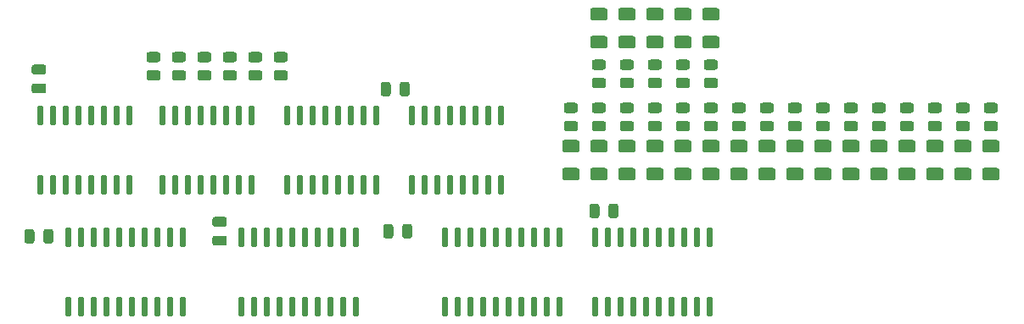
<source format=gbr>
%TF.GenerationSoftware,KiCad,Pcbnew,(5.1.10-1-10_14)*%
%TF.CreationDate,2021-11-12T19:59:20-05:00*%
%TF.ProjectId,address-register-smd,61646472-6573-4732-9d72-656769737465,rev?*%
%TF.SameCoordinates,Original*%
%TF.FileFunction,Paste,Top*%
%TF.FilePolarity,Positive*%
%FSLAX46Y46*%
G04 Gerber Fmt 4.6, Leading zero omitted, Abs format (unit mm)*
G04 Created by KiCad (PCBNEW (5.1.10-1-10_14)) date 2021-11-12 19:59:20*
%MOMM*%
%LPD*%
G01*
G04 APERTURE LIST*
G04 APERTURE END LIST*
%TO.C,U1*%
G36*
G01*
X60221000Y-137225000D02*
X59921000Y-137225000D01*
G75*
G02*
X59771000Y-137075000I0J150000D01*
G01*
X59771000Y-135400000D01*
G75*
G02*
X59921000Y-135250000I150000J0D01*
G01*
X60221000Y-135250000D01*
G75*
G02*
X60371000Y-135400000I0J-150000D01*
G01*
X60371000Y-137075000D01*
G75*
G02*
X60221000Y-137225000I-150000J0D01*
G01*
G37*
G36*
G01*
X61491000Y-137225000D02*
X61191000Y-137225000D01*
G75*
G02*
X61041000Y-137075000I0J150000D01*
G01*
X61041000Y-135400000D01*
G75*
G02*
X61191000Y-135250000I150000J0D01*
G01*
X61491000Y-135250000D01*
G75*
G02*
X61641000Y-135400000I0J-150000D01*
G01*
X61641000Y-137075000D01*
G75*
G02*
X61491000Y-137225000I-150000J0D01*
G01*
G37*
G36*
G01*
X62761000Y-137225000D02*
X62461000Y-137225000D01*
G75*
G02*
X62311000Y-137075000I0J150000D01*
G01*
X62311000Y-135400000D01*
G75*
G02*
X62461000Y-135250000I150000J0D01*
G01*
X62761000Y-135250000D01*
G75*
G02*
X62911000Y-135400000I0J-150000D01*
G01*
X62911000Y-137075000D01*
G75*
G02*
X62761000Y-137225000I-150000J0D01*
G01*
G37*
G36*
G01*
X64031000Y-137225000D02*
X63731000Y-137225000D01*
G75*
G02*
X63581000Y-137075000I0J150000D01*
G01*
X63581000Y-135400000D01*
G75*
G02*
X63731000Y-135250000I150000J0D01*
G01*
X64031000Y-135250000D01*
G75*
G02*
X64181000Y-135400000I0J-150000D01*
G01*
X64181000Y-137075000D01*
G75*
G02*
X64031000Y-137225000I-150000J0D01*
G01*
G37*
G36*
G01*
X65301000Y-137225000D02*
X65001000Y-137225000D01*
G75*
G02*
X64851000Y-137075000I0J150000D01*
G01*
X64851000Y-135400000D01*
G75*
G02*
X65001000Y-135250000I150000J0D01*
G01*
X65301000Y-135250000D01*
G75*
G02*
X65451000Y-135400000I0J-150000D01*
G01*
X65451000Y-137075000D01*
G75*
G02*
X65301000Y-137225000I-150000J0D01*
G01*
G37*
G36*
G01*
X66571000Y-137225000D02*
X66271000Y-137225000D01*
G75*
G02*
X66121000Y-137075000I0J150000D01*
G01*
X66121000Y-135400000D01*
G75*
G02*
X66271000Y-135250000I150000J0D01*
G01*
X66571000Y-135250000D01*
G75*
G02*
X66721000Y-135400000I0J-150000D01*
G01*
X66721000Y-137075000D01*
G75*
G02*
X66571000Y-137225000I-150000J0D01*
G01*
G37*
G36*
G01*
X67841000Y-137225000D02*
X67541000Y-137225000D01*
G75*
G02*
X67391000Y-137075000I0J150000D01*
G01*
X67391000Y-135400000D01*
G75*
G02*
X67541000Y-135250000I150000J0D01*
G01*
X67841000Y-135250000D01*
G75*
G02*
X67991000Y-135400000I0J-150000D01*
G01*
X67991000Y-137075000D01*
G75*
G02*
X67841000Y-137225000I-150000J0D01*
G01*
G37*
G36*
G01*
X69111000Y-137225000D02*
X68811000Y-137225000D01*
G75*
G02*
X68661000Y-137075000I0J150000D01*
G01*
X68661000Y-135400000D01*
G75*
G02*
X68811000Y-135250000I150000J0D01*
G01*
X69111000Y-135250000D01*
G75*
G02*
X69261000Y-135400000I0J-150000D01*
G01*
X69261000Y-137075000D01*
G75*
G02*
X69111000Y-137225000I-150000J0D01*
G01*
G37*
G36*
G01*
X70381000Y-137225000D02*
X70081000Y-137225000D01*
G75*
G02*
X69931000Y-137075000I0J150000D01*
G01*
X69931000Y-135400000D01*
G75*
G02*
X70081000Y-135250000I150000J0D01*
G01*
X70381000Y-135250000D01*
G75*
G02*
X70531000Y-135400000I0J-150000D01*
G01*
X70531000Y-137075000D01*
G75*
G02*
X70381000Y-137225000I-150000J0D01*
G01*
G37*
G36*
G01*
X71651000Y-137225000D02*
X71351000Y-137225000D01*
G75*
G02*
X71201000Y-137075000I0J150000D01*
G01*
X71201000Y-135400000D01*
G75*
G02*
X71351000Y-135250000I150000J0D01*
G01*
X71651000Y-135250000D01*
G75*
G02*
X71801000Y-135400000I0J-150000D01*
G01*
X71801000Y-137075000D01*
G75*
G02*
X71651000Y-137225000I-150000J0D01*
G01*
G37*
G36*
G01*
X71651000Y-144150000D02*
X71351000Y-144150000D01*
G75*
G02*
X71201000Y-144000000I0J150000D01*
G01*
X71201000Y-142325000D01*
G75*
G02*
X71351000Y-142175000I150000J0D01*
G01*
X71651000Y-142175000D01*
G75*
G02*
X71801000Y-142325000I0J-150000D01*
G01*
X71801000Y-144000000D01*
G75*
G02*
X71651000Y-144150000I-150000J0D01*
G01*
G37*
G36*
G01*
X70381000Y-144150000D02*
X70081000Y-144150000D01*
G75*
G02*
X69931000Y-144000000I0J150000D01*
G01*
X69931000Y-142325000D01*
G75*
G02*
X70081000Y-142175000I150000J0D01*
G01*
X70381000Y-142175000D01*
G75*
G02*
X70531000Y-142325000I0J-150000D01*
G01*
X70531000Y-144000000D01*
G75*
G02*
X70381000Y-144150000I-150000J0D01*
G01*
G37*
G36*
G01*
X69111000Y-144150000D02*
X68811000Y-144150000D01*
G75*
G02*
X68661000Y-144000000I0J150000D01*
G01*
X68661000Y-142325000D01*
G75*
G02*
X68811000Y-142175000I150000J0D01*
G01*
X69111000Y-142175000D01*
G75*
G02*
X69261000Y-142325000I0J-150000D01*
G01*
X69261000Y-144000000D01*
G75*
G02*
X69111000Y-144150000I-150000J0D01*
G01*
G37*
G36*
G01*
X67841000Y-144150000D02*
X67541000Y-144150000D01*
G75*
G02*
X67391000Y-144000000I0J150000D01*
G01*
X67391000Y-142325000D01*
G75*
G02*
X67541000Y-142175000I150000J0D01*
G01*
X67841000Y-142175000D01*
G75*
G02*
X67991000Y-142325000I0J-150000D01*
G01*
X67991000Y-144000000D01*
G75*
G02*
X67841000Y-144150000I-150000J0D01*
G01*
G37*
G36*
G01*
X66571000Y-144150000D02*
X66271000Y-144150000D01*
G75*
G02*
X66121000Y-144000000I0J150000D01*
G01*
X66121000Y-142325000D01*
G75*
G02*
X66271000Y-142175000I150000J0D01*
G01*
X66571000Y-142175000D01*
G75*
G02*
X66721000Y-142325000I0J-150000D01*
G01*
X66721000Y-144000000D01*
G75*
G02*
X66571000Y-144150000I-150000J0D01*
G01*
G37*
G36*
G01*
X65301000Y-144150000D02*
X65001000Y-144150000D01*
G75*
G02*
X64851000Y-144000000I0J150000D01*
G01*
X64851000Y-142325000D01*
G75*
G02*
X65001000Y-142175000I150000J0D01*
G01*
X65301000Y-142175000D01*
G75*
G02*
X65451000Y-142325000I0J-150000D01*
G01*
X65451000Y-144000000D01*
G75*
G02*
X65301000Y-144150000I-150000J0D01*
G01*
G37*
G36*
G01*
X64031000Y-144150000D02*
X63731000Y-144150000D01*
G75*
G02*
X63581000Y-144000000I0J150000D01*
G01*
X63581000Y-142325000D01*
G75*
G02*
X63731000Y-142175000I150000J0D01*
G01*
X64031000Y-142175000D01*
G75*
G02*
X64181000Y-142325000I0J-150000D01*
G01*
X64181000Y-144000000D01*
G75*
G02*
X64031000Y-144150000I-150000J0D01*
G01*
G37*
G36*
G01*
X62761000Y-144150000D02*
X62461000Y-144150000D01*
G75*
G02*
X62311000Y-144000000I0J150000D01*
G01*
X62311000Y-142325000D01*
G75*
G02*
X62461000Y-142175000I150000J0D01*
G01*
X62761000Y-142175000D01*
G75*
G02*
X62911000Y-142325000I0J-150000D01*
G01*
X62911000Y-144000000D01*
G75*
G02*
X62761000Y-144150000I-150000J0D01*
G01*
G37*
G36*
G01*
X61491000Y-144150000D02*
X61191000Y-144150000D01*
G75*
G02*
X61041000Y-144000000I0J150000D01*
G01*
X61041000Y-142325000D01*
G75*
G02*
X61191000Y-142175000I150000J0D01*
G01*
X61491000Y-142175000D01*
G75*
G02*
X61641000Y-142325000I0J-150000D01*
G01*
X61641000Y-144000000D01*
G75*
G02*
X61491000Y-144150000I-150000J0D01*
G01*
G37*
G36*
G01*
X60221000Y-144150000D02*
X59921000Y-144150000D01*
G75*
G02*
X59771000Y-144000000I0J150000D01*
G01*
X59771000Y-142325000D01*
G75*
G02*
X59921000Y-142175000I150000J0D01*
G01*
X60221000Y-142175000D01*
G75*
G02*
X60371000Y-142325000I0J-150000D01*
G01*
X60371000Y-144000000D01*
G75*
G02*
X60221000Y-144150000I-150000J0D01*
G01*
G37*
%TD*%
%TO.C,U7*%
G36*
G01*
X94511000Y-125033000D02*
X94211000Y-125033000D01*
G75*
G02*
X94061000Y-124883000I0J150000D01*
G01*
X94061000Y-123208000D01*
G75*
G02*
X94211000Y-123058000I150000J0D01*
G01*
X94511000Y-123058000D01*
G75*
G02*
X94661000Y-123208000I0J-150000D01*
G01*
X94661000Y-124883000D01*
G75*
G02*
X94511000Y-125033000I-150000J0D01*
G01*
G37*
G36*
G01*
X95781000Y-125033000D02*
X95481000Y-125033000D01*
G75*
G02*
X95331000Y-124883000I0J150000D01*
G01*
X95331000Y-123208000D01*
G75*
G02*
X95481000Y-123058000I150000J0D01*
G01*
X95781000Y-123058000D01*
G75*
G02*
X95931000Y-123208000I0J-150000D01*
G01*
X95931000Y-124883000D01*
G75*
G02*
X95781000Y-125033000I-150000J0D01*
G01*
G37*
G36*
G01*
X97051000Y-125033000D02*
X96751000Y-125033000D01*
G75*
G02*
X96601000Y-124883000I0J150000D01*
G01*
X96601000Y-123208000D01*
G75*
G02*
X96751000Y-123058000I150000J0D01*
G01*
X97051000Y-123058000D01*
G75*
G02*
X97201000Y-123208000I0J-150000D01*
G01*
X97201000Y-124883000D01*
G75*
G02*
X97051000Y-125033000I-150000J0D01*
G01*
G37*
G36*
G01*
X98321000Y-125033000D02*
X98021000Y-125033000D01*
G75*
G02*
X97871000Y-124883000I0J150000D01*
G01*
X97871000Y-123208000D01*
G75*
G02*
X98021000Y-123058000I150000J0D01*
G01*
X98321000Y-123058000D01*
G75*
G02*
X98471000Y-123208000I0J-150000D01*
G01*
X98471000Y-124883000D01*
G75*
G02*
X98321000Y-125033000I-150000J0D01*
G01*
G37*
G36*
G01*
X99591000Y-125033000D02*
X99291000Y-125033000D01*
G75*
G02*
X99141000Y-124883000I0J150000D01*
G01*
X99141000Y-123208000D01*
G75*
G02*
X99291000Y-123058000I150000J0D01*
G01*
X99591000Y-123058000D01*
G75*
G02*
X99741000Y-123208000I0J-150000D01*
G01*
X99741000Y-124883000D01*
G75*
G02*
X99591000Y-125033000I-150000J0D01*
G01*
G37*
G36*
G01*
X100861000Y-125033000D02*
X100561000Y-125033000D01*
G75*
G02*
X100411000Y-124883000I0J150000D01*
G01*
X100411000Y-123208000D01*
G75*
G02*
X100561000Y-123058000I150000J0D01*
G01*
X100861000Y-123058000D01*
G75*
G02*
X101011000Y-123208000I0J-150000D01*
G01*
X101011000Y-124883000D01*
G75*
G02*
X100861000Y-125033000I-150000J0D01*
G01*
G37*
G36*
G01*
X102131000Y-125033000D02*
X101831000Y-125033000D01*
G75*
G02*
X101681000Y-124883000I0J150000D01*
G01*
X101681000Y-123208000D01*
G75*
G02*
X101831000Y-123058000I150000J0D01*
G01*
X102131000Y-123058000D01*
G75*
G02*
X102281000Y-123208000I0J-150000D01*
G01*
X102281000Y-124883000D01*
G75*
G02*
X102131000Y-125033000I-150000J0D01*
G01*
G37*
G36*
G01*
X103401000Y-125033000D02*
X103101000Y-125033000D01*
G75*
G02*
X102951000Y-124883000I0J150000D01*
G01*
X102951000Y-123208000D01*
G75*
G02*
X103101000Y-123058000I150000J0D01*
G01*
X103401000Y-123058000D01*
G75*
G02*
X103551000Y-123208000I0J-150000D01*
G01*
X103551000Y-124883000D01*
G75*
G02*
X103401000Y-125033000I-150000J0D01*
G01*
G37*
G36*
G01*
X103401000Y-131958000D02*
X103101000Y-131958000D01*
G75*
G02*
X102951000Y-131808000I0J150000D01*
G01*
X102951000Y-130133000D01*
G75*
G02*
X103101000Y-129983000I150000J0D01*
G01*
X103401000Y-129983000D01*
G75*
G02*
X103551000Y-130133000I0J-150000D01*
G01*
X103551000Y-131808000D01*
G75*
G02*
X103401000Y-131958000I-150000J0D01*
G01*
G37*
G36*
G01*
X102131000Y-131958000D02*
X101831000Y-131958000D01*
G75*
G02*
X101681000Y-131808000I0J150000D01*
G01*
X101681000Y-130133000D01*
G75*
G02*
X101831000Y-129983000I150000J0D01*
G01*
X102131000Y-129983000D01*
G75*
G02*
X102281000Y-130133000I0J-150000D01*
G01*
X102281000Y-131808000D01*
G75*
G02*
X102131000Y-131958000I-150000J0D01*
G01*
G37*
G36*
G01*
X100861000Y-131958000D02*
X100561000Y-131958000D01*
G75*
G02*
X100411000Y-131808000I0J150000D01*
G01*
X100411000Y-130133000D01*
G75*
G02*
X100561000Y-129983000I150000J0D01*
G01*
X100861000Y-129983000D01*
G75*
G02*
X101011000Y-130133000I0J-150000D01*
G01*
X101011000Y-131808000D01*
G75*
G02*
X100861000Y-131958000I-150000J0D01*
G01*
G37*
G36*
G01*
X99591000Y-131958000D02*
X99291000Y-131958000D01*
G75*
G02*
X99141000Y-131808000I0J150000D01*
G01*
X99141000Y-130133000D01*
G75*
G02*
X99291000Y-129983000I150000J0D01*
G01*
X99591000Y-129983000D01*
G75*
G02*
X99741000Y-130133000I0J-150000D01*
G01*
X99741000Y-131808000D01*
G75*
G02*
X99591000Y-131958000I-150000J0D01*
G01*
G37*
G36*
G01*
X98321000Y-131958000D02*
X98021000Y-131958000D01*
G75*
G02*
X97871000Y-131808000I0J150000D01*
G01*
X97871000Y-130133000D01*
G75*
G02*
X98021000Y-129983000I150000J0D01*
G01*
X98321000Y-129983000D01*
G75*
G02*
X98471000Y-130133000I0J-150000D01*
G01*
X98471000Y-131808000D01*
G75*
G02*
X98321000Y-131958000I-150000J0D01*
G01*
G37*
G36*
G01*
X97051000Y-131958000D02*
X96751000Y-131958000D01*
G75*
G02*
X96601000Y-131808000I0J150000D01*
G01*
X96601000Y-130133000D01*
G75*
G02*
X96751000Y-129983000I150000J0D01*
G01*
X97051000Y-129983000D01*
G75*
G02*
X97201000Y-130133000I0J-150000D01*
G01*
X97201000Y-131808000D01*
G75*
G02*
X97051000Y-131958000I-150000J0D01*
G01*
G37*
G36*
G01*
X95781000Y-131958000D02*
X95481000Y-131958000D01*
G75*
G02*
X95331000Y-131808000I0J150000D01*
G01*
X95331000Y-130133000D01*
G75*
G02*
X95481000Y-129983000I150000J0D01*
G01*
X95781000Y-129983000D01*
G75*
G02*
X95931000Y-130133000I0J-150000D01*
G01*
X95931000Y-131808000D01*
G75*
G02*
X95781000Y-131958000I-150000J0D01*
G01*
G37*
G36*
G01*
X94511000Y-131958000D02*
X94211000Y-131958000D01*
G75*
G02*
X94061000Y-131808000I0J150000D01*
G01*
X94061000Y-130133000D01*
G75*
G02*
X94211000Y-129983000I150000J0D01*
G01*
X94511000Y-129983000D01*
G75*
G02*
X94661000Y-130133000I0J-150000D01*
G01*
X94661000Y-131808000D01*
G75*
G02*
X94511000Y-131958000I-150000J0D01*
G01*
G37*
%TD*%
%TO.C,U5*%
G36*
G01*
X82065000Y-125033000D02*
X81765000Y-125033000D01*
G75*
G02*
X81615000Y-124883000I0J150000D01*
G01*
X81615000Y-123208000D01*
G75*
G02*
X81765000Y-123058000I150000J0D01*
G01*
X82065000Y-123058000D01*
G75*
G02*
X82215000Y-123208000I0J-150000D01*
G01*
X82215000Y-124883000D01*
G75*
G02*
X82065000Y-125033000I-150000J0D01*
G01*
G37*
G36*
G01*
X83335000Y-125033000D02*
X83035000Y-125033000D01*
G75*
G02*
X82885000Y-124883000I0J150000D01*
G01*
X82885000Y-123208000D01*
G75*
G02*
X83035000Y-123058000I150000J0D01*
G01*
X83335000Y-123058000D01*
G75*
G02*
X83485000Y-123208000I0J-150000D01*
G01*
X83485000Y-124883000D01*
G75*
G02*
X83335000Y-125033000I-150000J0D01*
G01*
G37*
G36*
G01*
X84605000Y-125033000D02*
X84305000Y-125033000D01*
G75*
G02*
X84155000Y-124883000I0J150000D01*
G01*
X84155000Y-123208000D01*
G75*
G02*
X84305000Y-123058000I150000J0D01*
G01*
X84605000Y-123058000D01*
G75*
G02*
X84755000Y-123208000I0J-150000D01*
G01*
X84755000Y-124883000D01*
G75*
G02*
X84605000Y-125033000I-150000J0D01*
G01*
G37*
G36*
G01*
X85875000Y-125033000D02*
X85575000Y-125033000D01*
G75*
G02*
X85425000Y-124883000I0J150000D01*
G01*
X85425000Y-123208000D01*
G75*
G02*
X85575000Y-123058000I150000J0D01*
G01*
X85875000Y-123058000D01*
G75*
G02*
X86025000Y-123208000I0J-150000D01*
G01*
X86025000Y-124883000D01*
G75*
G02*
X85875000Y-125033000I-150000J0D01*
G01*
G37*
G36*
G01*
X87145000Y-125033000D02*
X86845000Y-125033000D01*
G75*
G02*
X86695000Y-124883000I0J150000D01*
G01*
X86695000Y-123208000D01*
G75*
G02*
X86845000Y-123058000I150000J0D01*
G01*
X87145000Y-123058000D01*
G75*
G02*
X87295000Y-123208000I0J-150000D01*
G01*
X87295000Y-124883000D01*
G75*
G02*
X87145000Y-125033000I-150000J0D01*
G01*
G37*
G36*
G01*
X88415000Y-125033000D02*
X88115000Y-125033000D01*
G75*
G02*
X87965000Y-124883000I0J150000D01*
G01*
X87965000Y-123208000D01*
G75*
G02*
X88115000Y-123058000I150000J0D01*
G01*
X88415000Y-123058000D01*
G75*
G02*
X88565000Y-123208000I0J-150000D01*
G01*
X88565000Y-124883000D01*
G75*
G02*
X88415000Y-125033000I-150000J0D01*
G01*
G37*
G36*
G01*
X89685000Y-125033000D02*
X89385000Y-125033000D01*
G75*
G02*
X89235000Y-124883000I0J150000D01*
G01*
X89235000Y-123208000D01*
G75*
G02*
X89385000Y-123058000I150000J0D01*
G01*
X89685000Y-123058000D01*
G75*
G02*
X89835000Y-123208000I0J-150000D01*
G01*
X89835000Y-124883000D01*
G75*
G02*
X89685000Y-125033000I-150000J0D01*
G01*
G37*
G36*
G01*
X90955000Y-125033000D02*
X90655000Y-125033000D01*
G75*
G02*
X90505000Y-124883000I0J150000D01*
G01*
X90505000Y-123208000D01*
G75*
G02*
X90655000Y-123058000I150000J0D01*
G01*
X90955000Y-123058000D01*
G75*
G02*
X91105000Y-123208000I0J-150000D01*
G01*
X91105000Y-124883000D01*
G75*
G02*
X90955000Y-125033000I-150000J0D01*
G01*
G37*
G36*
G01*
X90955000Y-131958000D02*
X90655000Y-131958000D01*
G75*
G02*
X90505000Y-131808000I0J150000D01*
G01*
X90505000Y-130133000D01*
G75*
G02*
X90655000Y-129983000I150000J0D01*
G01*
X90955000Y-129983000D01*
G75*
G02*
X91105000Y-130133000I0J-150000D01*
G01*
X91105000Y-131808000D01*
G75*
G02*
X90955000Y-131958000I-150000J0D01*
G01*
G37*
G36*
G01*
X89685000Y-131958000D02*
X89385000Y-131958000D01*
G75*
G02*
X89235000Y-131808000I0J150000D01*
G01*
X89235000Y-130133000D01*
G75*
G02*
X89385000Y-129983000I150000J0D01*
G01*
X89685000Y-129983000D01*
G75*
G02*
X89835000Y-130133000I0J-150000D01*
G01*
X89835000Y-131808000D01*
G75*
G02*
X89685000Y-131958000I-150000J0D01*
G01*
G37*
G36*
G01*
X88415000Y-131958000D02*
X88115000Y-131958000D01*
G75*
G02*
X87965000Y-131808000I0J150000D01*
G01*
X87965000Y-130133000D01*
G75*
G02*
X88115000Y-129983000I150000J0D01*
G01*
X88415000Y-129983000D01*
G75*
G02*
X88565000Y-130133000I0J-150000D01*
G01*
X88565000Y-131808000D01*
G75*
G02*
X88415000Y-131958000I-150000J0D01*
G01*
G37*
G36*
G01*
X87145000Y-131958000D02*
X86845000Y-131958000D01*
G75*
G02*
X86695000Y-131808000I0J150000D01*
G01*
X86695000Y-130133000D01*
G75*
G02*
X86845000Y-129983000I150000J0D01*
G01*
X87145000Y-129983000D01*
G75*
G02*
X87295000Y-130133000I0J-150000D01*
G01*
X87295000Y-131808000D01*
G75*
G02*
X87145000Y-131958000I-150000J0D01*
G01*
G37*
G36*
G01*
X85875000Y-131958000D02*
X85575000Y-131958000D01*
G75*
G02*
X85425000Y-131808000I0J150000D01*
G01*
X85425000Y-130133000D01*
G75*
G02*
X85575000Y-129983000I150000J0D01*
G01*
X85875000Y-129983000D01*
G75*
G02*
X86025000Y-130133000I0J-150000D01*
G01*
X86025000Y-131808000D01*
G75*
G02*
X85875000Y-131958000I-150000J0D01*
G01*
G37*
G36*
G01*
X84605000Y-131958000D02*
X84305000Y-131958000D01*
G75*
G02*
X84155000Y-131808000I0J150000D01*
G01*
X84155000Y-130133000D01*
G75*
G02*
X84305000Y-129983000I150000J0D01*
G01*
X84605000Y-129983000D01*
G75*
G02*
X84755000Y-130133000I0J-150000D01*
G01*
X84755000Y-131808000D01*
G75*
G02*
X84605000Y-131958000I-150000J0D01*
G01*
G37*
G36*
G01*
X83335000Y-131958000D02*
X83035000Y-131958000D01*
G75*
G02*
X82885000Y-131808000I0J150000D01*
G01*
X82885000Y-130133000D01*
G75*
G02*
X83035000Y-129983000I150000J0D01*
G01*
X83335000Y-129983000D01*
G75*
G02*
X83485000Y-130133000I0J-150000D01*
G01*
X83485000Y-131808000D01*
G75*
G02*
X83335000Y-131958000I-150000J0D01*
G01*
G37*
G36*
G01*
X82065000Y-131958000D02*
X81765000Y-131958000D01*
G75*
G02*
X81615000Y-131808000I0J150000D01*
G01*
X81615000Y-130133000D01*
G75*
G02*
X81765000Y-129983000I150000J0D01*
G01*
X82065000Y-129983000D01*
G75*
G02*
X82215000Y-130133000I0J-150000D01*
G01*
X82215000Y-131808000D01*
G75*
G02*
X82065000Y-131958000I-150000J0D01*
G01*
G37*
%TD*%
%TO.C,U3*%
G36*
G01*
X69619000Y-125033000D02*
X69319000Y-125033000D01*
G75*
G02*
X69169000Y-124883000I0J150000D01*
G01*
X69169000Y-123208000D01*
G75*
G02*
X69319000Y-123058000I150000J0D01*
G01*
X69619000Y-123058000D01*
G75*
G02*
X69769000Y-123208000I0J-150000D01*
G01*
X69769000Y-124883000D01*
G75*
G02*
X69619000Y-125033000I-150000J0D01*
G01*
G37*
G36*
G01*
X70889000Y-125033000D02*
X70589000Y-125033000D01*
G75*
G02*
X70439000Y-124883000I0J150000D01*
G01*
X70439000Y-123208000D01*
G75*
G02*
X70589000Y-123058000I150000J0D01*
G01*
X70889000Y-123058000D01*
G75*
G02*
X71039000Y-123208000I0J-150000D01*
G01*
X71039000Y-124883000D01*
G75*
G02*
X70889000Y-125033000I-150000J0D01*
G01*
G37*
G36*
G01*
X72159000Y-125033000D02*
X71859000Y-125033000D01*
G75*
G02*
X71709000Y-124883000I0J150000D01*
G01*
X71709000Y-123208000D01*
G75*
G02*
X71859000Y-123058000I150000J0D01*
G01*
X72159000Y-123058000D01*
G75*
G02*
X72309000Y-123208000I0J-150000D01*
G01*
X72309000Y-124883000D01*
G75*
G02*
X72159000Y-125033000I-150000J0D01*
G01*
G37*
G36*
G01*
X73429000Y-125033000D02*
X73129000Y-125033000D01*
G75*
G02*
X72979000Y-124883000I0J150000D01*
G01*
X72979000Y-123208000D01*
G75*
G02*
X73129000Y-123058000I150000J0D01*
G01*
X73429000Y-123058000D01*
G75*
G02*
X73579000Y-123208000I0J-150000D01*
G01*
X73579000Y-124883000D01*
G75*
G02*
X73429000Y-125033000I-150000J0D01*
G01*
G37*
G36*
G01*
X74699000Y-125033000D02*
X74399000Y-125033000D01*
G75*
G02*
X74249000Y-124883000I0J150000D01*
G01*
X74249000Y-123208000D01*
G75*
G02*
X74399000Y-123058000I150000J0D01*
G01*
X74699000Y-123058000D01*
G75*
G02*
X74849000Y-123208000I0J-150000D01*
G01*
X74849000Y-124883000D01*
G75*
G02*
X74699000Y-125033000I-150000J0D01*
G01*
G37*
G36*
G01*
X75969000Y-125033000D02*
X75669000Y-125033000D01*
G75*
G02*
X75519000Y-124883000I0J150000D01*
G01*
X75519000Y-123208000D01*
G75*
G02*
X75669000Y-123058000I150000J0D01*
G01*
X75969000Y-123058000D01*
G75*
G02*
X76119000Y-123208000I0J-150000D01*
G01*
X76119000Y-124883000D01*
G75*
G02*
X75969000Y-125033000I-150000J0D01*
G01*
G37*
G36*
G01*
X77239000Y-125033000D02*
X76939000Y-125033000D01*
G75*
G02*
X76789000Y-124883000I0J150000D01*
G01*
X76789000Y-123208000D01*
G75*
G02*
X76939000Y-123058000I150000J0D01*
G01*
X77239000Y-123058000D01*
G75*
G02*
X77389000Y-123208000I0J-150000D01*
G01*
X77389000Y-124883000D01*
G75*
G02*
X77239000Y-125033000I-150000J0D01*
G01*
G37*
G36*
G01*
X78509000Y-125033000D02*
X78209000Y-125033000D01*
G75*
G02*
X78059000Y-124883000I0J150000D01*
G01*
X78059000Y-123208000D01*
G75*
G02*
X78209000Y-123058000I150000J0D01*
G01*
X78509000Y-123058000D01*
G75*
G02*
X78659000Y-123208000I0J-150000D01*
G01*
X78659000Y-124883000D01*
G75*
G02*
X78509000Y-125033000I-150000J0D01*
G01*
G37*
G36*
G01*
X78509000Y-131958000D02*
X78209000Y-131958000D01*
G75*
G02*
X78059000Y-131808000I0J150000D01*
G01*
X78059000Y-130133000D01*
G75*
G02*
X78209000Y-129983000I150000J0D01*
G01*
X78509000Y-129983000D01*
G75*
G02*
X78659000Y-130133000I0J-150000D01*
G01*
X78659000Y-131808000D01*
G75*
G02*
X78509000Y-131958000I-150000J0D01*
G01*
G37*
G36*
G01*
X77239000Y-131958000D02*
X76939000Y-131958000D01*
G75*
G02*
X76789000Y-131808000I0J150000D01*
G01*
X76789000Y-130133000D01*
G75*
G02*
X76939000Y-129983000I150000J0D01*
G01*
X77239000Y-129983000D01*
G75*
G02*
X77389000Y-130133000I0J-150000D01*
G01*
X77389000Y-131808000D01*
G75*
G02*
X77239000Y-131958000I-150000J0D01*
G01*
G37*
G36*
G01*
X75969000Y-131958000D02*
X75669000Y-131958000D01*
G75*
G02*
X75519000Y-131808000I0J150000D01*
G01*
X75519000Y-130133000D01*
G75*
G02*
X75669000Y-129983000I150000J0D01*
G01*
X75969000Y-129983000D01*
G75*
G02*
X76119000Y-130133000I0J-150000D01*
G01*
X76119000Y-131808000D01*
G75*
G02*
X75969000Y-131958000I-150000J0D01*
G01*
G37*
G36*
G01*
X74699000Y-131958000D02*
X74399000Y-131958000D01*
G75*
G02*
X74249000Y-131808000I0J150000D01*
G01*
X74249000Y-130133000D01*
G75*
G02*
X74399000Y-129983000I150000J0D01*
G01*
X74699000Y-129983000D01*
G75*
G02*
X74849000Y-130133000I0J-150000D01*
G01*
X74849000Y-131808000D01*
G75*
G02*
X74699000Y-131958000I-150000J0D01*
G01*
G37*
G36*
G01*
X73429000Y-131958000D02*
X73129000Y-131958000D01*
G75*
G02*
X72979000Y-131808000I0J150000D01*
G01*
X72979000Y-130133000D01*
G75*
G02*
X73129000Y-129983000I150000J0D01*
G01*
X73429000Y-129983000D01*
G75*
G02*
X73579000Y-130133000I0J-150000D01*
G01*
X73579000Y-131808000D01*
G75*
G02*
X73429000Y-131958000I-150000J0D01*
G01*
G37*
G36*
G01*
X72159000Y-131958000D02*
X71859000Y-131958000D01*
G75*
G02*
X71709000Y-131808000I0J150000D01*
G01*
X71709000Y-130133000D01*
G75*
G02*
X71859000Y-129983000I150000J0D01*
G01*
X72159000Y-129983000D01*
G75*
G02*
X72309000Y-130133000I0J-150000D01*
G01*
X72309000Y-131808000D01*
G75*
G02*
X72159000Y-131958000I-150000J0D01*
G01*
G37*
G36*
G01*
X70889000Y-131958000D02*
X70589000Y-131958000D01*
G75*
G02*
X70439000Y-131808000I0J150000D01*
G01*
X70439000Y-130133000D01*
G75*
G02*
X70589000Y-129983000I150000J0D01*
G01*
X70889000Y-129983000D01*
G75*
G02*
X71039000Y-130133000I0J-150000D01*
G01*
X71039000Y-131808000D01*
G75*
G02*
X70889000Y-131958000I-150000J0D01*
G01*
G37*
G36*
G01*
X69619000Y-131958000D02*
X69319000Y-131958000D01*
G75*
G02*
X69169000Y-131808000I0J150000D01*
G01*
X69169000Y-130133000D01*
G75*
G02*
X69319000Y-129983000I150000J0D01*
G01*
X69619000Y-129983000D01*
G75*
G02*
X69769000Y-130133000I0J-150000D01*
G01*
X69769000Y-131808000D01*
G75*
G02*
X69619000Y-131958000I-150000J0D01*
G01*
G37*
%TD*%
%TO.C,U2*%
G36*
G01*
X57427000Y-125033000D02*
X57127000Y-125033000D01*
G75*
G02*
X56977000Y-124883000I0J150000D01*
G01*
X56977000Y-123208000D01*
G75*
G02*
X57127000Y-123058000I150000J0D01*
G01*
X57427000Y-123058000D01*
G75*
G02*
X57577000Y-123208000I0J-150000D01*
G01*
X57577000Y-124883000D01*
G75*
G02*
X57427000Y-125033000I-150000J0D01*
G01*
G37*
G36*
G01*
X58697000Y-125033000D02*
X58397000Y-125033000D01*
G75*
G02*
X58247000Y-124883000I0J150000D01*
G01*
X58247000Y-123208000D01*
G75*
G02*
X58397000Y-123058000I150000J0D01*
G01*
X58697000Y-123058000D01*
G75*
G02*
X58847000Y-123208000I0J-150000D01*
G01*
X58847000Y-124883000D01*
G75*
G02*
X58697000Y-125033000I-150000J0D01*
G01*
G37*
G36*
G01*
X59967000Y-125033000D02*
X59667000Y-125033000D01*
G75*
G02*
X59517000Y-124883000I0J150000D01*
G01*
X59517000Y-123208000D01*
G75*
G02*
X59667000Y-123058000I150000J0D01*
G01*
X59967000Y-123058000D01*
G75*
G02*
X60117000Y-123208000I0J-150000D01*
G01*
X60117000Y-124883000D01*
G75*
G02*
X59967000Y-125033000I-150000J0D01*
G01*
G37*
G36*
G01*
X61237000Y-125033000D02*
X60937000Y-125033000D01*
G75*
G02*
X60787000Y-124883000I0J150000D01*
G01*
X60787000Y-123208000D01*
G75*
G02*
X60937000Y-123058000I150000J0D01*
G01*
X61237000Y-123058000D01*
G75*
G02*
X61387000Y-123208000I0J-150000D01*
G01*
X61387000Y-124883000D01*
G75*
G02*
X61237000Y-125033000I-150000J0D01*
G01*
G37*
G36*
G01*
X62507000Y-125033000D02*
X62207000Y-125033000D01*
G75*
G02*
X62057000Y-124883000I0J150000D01*
G01*
X62057000Y-123208000D01*
G75*
G02*
X62207000Y-123058000I150000J0D01*
G01*
X62507000Y-123058000D01*
G75*
G02*
X62657000Y-123208000I0J-150000D01*
G01*
X62657000Y-124883000D01*
G75*
G02*
X62507000Y-125033000I-150000J0D01*
G01*
G37*
G36*
G01*
X63777000Y-125033000D02*
X63477000Y-125033000D01*
G75*
G02*
X63327000Y-124883000I0J150000D01*
G01*
X63327000Y-123208000D01*
G75*
G02*
X63477000Y-123058000I150000J0D01*
G01*
X63777000Y-123058000D01*
G75*
G02*
X63927000Y-123208000I0J-150000D01*
G01*
X63927000Y-124883000D01*
G75*
G02*
X63777000Y-125033000I-150000J0D01*
G01*
G37*
G36*
G01*
X65047000Y-125033000D02*
X64747000Y-125033000D01*
G75*
G02*
X64597000Y-124883000I0J150000D01*
G01*
X64597000Y-123208000D01*
G75*
G02*
X64747000Y-123058000I150000J0D01*
G01*
X65047000Y-123058000D01*
G75*
G02*
X65197000Y-123208000I0J-150000D01*
G01*
X65197000Y-124883000D01*
G75*
G02*
X65047000Y-125033000I-150000J0D01*
G01*
G37*
G36*
G01*
X66317000Y-125033000D02*
X66017000Y-125033000D01*
G75*
G02*
X65867000Y-124883000I0J150000D01*
G01*
X65867000Y-123208000D01*
G75*
G02*
X66017000Y-123058000I150000J0D01*
G01*
X66317000Y-123058000D01*
G75*
G02*
X66467000Y-123208000I0J-150000D01*
G01*
X66467000Y-124883000D01*
G75*
G02*
X66317000Y-125033000I-150000J0D01*
G01*
G37*
G36*
G01*
X66317000Y-131958000D02*
X66017000Y-131958000D01*
G75*
G02*
X65867000Y-131808000I0J150000D01*
G01*
X65867000Y-130133000D01*
G75*
G02*
X66017000Y-129983000I150000J0D01*
G01*
X66317000Y-129983000D01*
G75*
G02*
X66467000Y-130133000I0J-150000D01*
G01*
X66467000Y-131808000D01*
G75*
G02*
X66317000Y-131958000I-150000J0D01*
G01*
G37*
G36*
G01*
X65047000Y-131958000D02*
X64747000Y-131958000D01*
G75*
G02*
X64597000Y-131808000I0J150000D01*
G01*
X64597000Y-130133000D01*
G75*
G02*
X64747000Y-129983000I150000J0D01*
G01*
X65047000Y-129983000D01*
G75*
G02*
X65197000Y-130133000I0J-150000D01*
G01*
X65197000Y-131808000D01*
G75*
G02*
X65047000Y-131958000I-150000J0D01*
G01*
G37*
G36*
G01*
X63777000Y-131958000D02*
X63477000Y-131958000D01*
G75*
G02*
X63327000Y-131808000I0J150000D01*
G01*
X63327000Y-130133000D01*
G75*
G02*
X63477000Y-129983000I150000J0D01*
G01*
X63777000Y-129983000D01*
G75*
G02*
X63927000Y-130133000I0J-150000D01*
G01*
X63927000Y-131808000D01*
G75*
G02*
X63777000Y-131958000I-150000J0D01*
G01*
G37*
G36*
G01*
X62507000Y-131958000D02*
X62207000Y-131958000D01*
G75*
G02*
X62057000Y-131808000I0J150000D01*
G01*
X62057000Y-130133000D01*
G75*
G02*
X62207000Y-129983000I150000J0D01*
G01*
X62507000Y-129983000D01*
G75*
G02*
X62657000Y-130133000I0J-150000D01*
G01*
X62657000Y-131808000D01*
G75*
G02*
X62507000Y-131958000I-150000J0D01*
G01*
G37*
G36*
G01*
X61237000Y-131958000D02*
X60937000Y-131958000D01*
G75*
G02*
X60787000Y-131808000I0J150000D01*
G01*
X60787000Y-130133000D01*
G75*
G02*
X60937000Y-129983000I150000J0D01*
G01*
X61237000Y-129983000D01*
G75*
G02*
X61387000Y-130133000I0J-150000D01*
G01*
X61387000Y-131808000D01*
G75*
G02*
X61237000Y-131958000I-150000J0D01*
G01*
G37*
G36*
G01*
X59967000Y-131958000D02*
X59667000Y-131958000D01*
G75*
G02*
X59517000Y-131808000I0J150000D01*
G01*
X59517000Y-130133000D01*
G75*
G02*
X59667000Y-129983000I150000J0D01*
G01*
X59967000Y-129983000D01*
G75*
G02*
X60117000Y-130133000I0J-150000D01*
G01*
X60117000Y-131808000D01*
G75*
G02*
X59967000Y-131958000I-150000J0D01*
G01*
G37*
G36*
G01*
X58697000Y-131958000D02*
X58397000Y-131958000D01*
G75*
G02*
X58247000Y-131808000I0J150000D01*
G01*
X58247000Y-130133000D01*
G75*
G02*
X58397000Y-129983000I150000J0D01*
G01*
X58697000Y-129983000D01*
G75*
G02*
X58847000Y-130133000I0J-150000D01*
G01*
X58847000Y-131808000D01*
G75*
G02*
X58697000Y-131958000I-150000J0D01*
G01*
G37*
G36*
G01*
X57427000Y-131958000D02*
X57127000Y-131958000D01*
G75*
G02*
X56977000Y-131808000I0J150000D01*
G01*
X56977000Y-130133000D01*
G75*
G02*
X57127000Y-129983000I150000J0D01*
G01*
X57427000Y-129983000D01*
G75*
G02*
X57577000Y-130133000I0J-150000D01*
G01*
X57577000Y-131808000D01*
G75*
G02*
X57427000Y-131958000I-150000J0D01*
G01*
G37*
%TD*%
%TO.C,R2*%
G36*
G01*
X110686001Y-123806000D02*
X109785999Y-123806000D01*
G75*
G02*
X109536000Y-123556001I0J249999D01*
G01*
X109536000Y-123030999D01*
G75*
G02*
X109785999Y-122781000I249999J0D01*
G01*
X110686001Y-122781000D01*
G75*
G02*
X110936000Y-123030999I0J-249999D01*
G01*
X110936000Y-123556001D01*
G75*
G02*
X110686001Y-123806000I-249999J0D01*
G01*
G37*
G36*
G01*
X110686001Y-125631000D02*
X109785999Y-125631000D01*
G75*
G02*
X109536000Y-125381001I0J249999D01*
G01*
X109536000Y-124855999D01*
G75*
G02*
X109785999Y-124606000I249999J0D01*
G01*
X110686001Y-124606000D01*
G75*
G02*
X110936000Y-124855999I0J-249999D01*
G01*
X110936000Y-125381001D01*
G75*
G02*
X110686001Y-125631000I-249999J0D01*
G01*
G37*
%TD*%
%TO.C,D1*%
G36*
G01*
X109611000Y-129299000D02*
X110861000Y-129299000D01*
G75*
G02*
X111111000Y-129549000I0J-250000D01*
G01*
X111111000Y-130299000D01*
G75*
G02*
X110861000Y-130549000I-250000J0D01*
G01*
X109611000Y-130549000D01*
G75*
G02*
X109361000Y-130299000I0J250000D01*
G01*
X109361000Y-129549000D01*
G75*
G02*
X109611000Y-129299000I250000J0D01*
G01*
G37*
G36*
G01*
X109611000Y-126499000D02*
X110861000Y-126499000D01*
G75*
G02*
X111111000Y-126749000I0J-250000D01*
G01*
X111111000Y-127499000D01*
G75*
G02*
X110861000Y-127749000I-250000J0D01*
G01*
X109611000Y-127749000D01*
G75*
G02*
X109361000Y-127499000I0J250000D01*
G01*
X109361000Y-126749000D01*
G75*
G02*
X109611000Y-126499000I250000J0D01*
G01*
G37*
%TD*%
%TO.C,C7*%
G36*
G01*
X75659000Y-135186000D02*
X74709000Y-135186000D01*
G75*
G02*
X74459000Y-134936000I0J250000D01*
G01*
X74459000Y-134436000D01*
G75*
G02*
X74709000Y-134186000I250000J0D01*
G01*
X75659000Y-134186000D01*
G75*
G02*
X75909000Y-134436000I0J-250000D01*
G01*
X75909000Y-134936000D01*
G75*
G02*
X75659000Y-135186000I-250000J0D01*
G01*
G37*
G36*
G01*
X75659000Y-137086000D02*
X74709000Y-137086000D01*
G75*
G02*
X74459000Y-136836000I0J250000D01*
G01*
X74459000Y-136336000D01*
G75*
G02*
X74709000Y-136086000I250000J0D01*
G01*
X75659000Y-136086000D01*
G75*
G02*
X75909000Y-136336000I0J-250000D01*
G01*
X75909000Y-136836000D01*
G75*
G02*
X75659000Y-137086000I-250000J0D01*
G01*
G37*
%TD*%
%TO.C,C3*%
G36*
G01*
X92260000Y-120937000D02*
X92260000Y-121887000D01*
G75*
G02*
X92010000Y-122137000I-250000J0D01*
G01*
X91510000Y-122137000D01*
G75*
G02*
X91260000Y-121887000I0J250000D01*
G01*
X91260000Y-120937000D01*
G75*
G02*
X91510000Y-120687000I250000J0D01*
G01*
X92010000Y-120687000D01*
G75*
G02*
X92260000Y-120937000I0J-250000D01*
G01*
G37*
G36*
G01*
X94160000Y-120937000D02*
X94160000Y-121887000D01*
G75*
G02*
X93910000Y-122137000I-250000J0D01*
G01*
X93410000Y-122137000D01*
G75*
G02*
X93160000Y-121887000I0J250000D01*
G01*
X93160000Y-120937000D01*
G75*
G02*
X93410000Y-120687000I250000J0D01*
G01*
X93910000Y-120687000D01*
G75*
G02*
X94160000Y-120937000I0J-250000D01*
G01*
G37*
%TD*%
%TO.C,C2*%
G36*
G01*
X57625000Y-119946000D02*
X56675000Y-119946000D01*
G75*
G02*
X56425000Y-119696000I0J250000D01*
G01*
X56425000Y-119196000D01*
G75*
G02*
X56675000Y-118946000I250000J0D01*
G01*
X57625000Y-118946000D01*
G75*
G02*
X57875000Y-119196000I0J-250000D01*
G01*
X57875000Y-119696000D01*
G75*
G02*
X57625000Y-119946000I-250000J0D01*
G01*
G37*
G36*
G01*
X57625000Y-121846000D02*
X56675000Y-121846000D01*
G75*
G02*
X56425000Y-121596000I0J250000D01*
G01*
X56425000Y-121096000D01*
G75*
G02*
X56675000Y-120846000I250000J0D01*
G01*
X57625000Y-120846000D01*
G75*
G02*
X57875000Y-121096000I0J-250000D01*
G01*
X57875000Y-121596000D01*
G75*
G02*
X57625000Y-121846000I-250000J0D01*
G01*
G37*
%TD*%
%TO.C,R19*%
G36*
G01*
X152596002Y-123806000D02*
X151695998Y-123806000D01*
G75*
G02*
X151446000Y-123556002I0J249998D01*
G01*
X151446000Y-123030998D01*
G75*
G02*
X151695998Y-122781000I249998J0D01*
G01*
X152596002Y-122781000D01*
G75*
G02*
X152846000Y-123030998I0J-249998D01*
G01*
X152846000Y-123556002D01*
G75*
G02*
X152596002Y-123806000I-249998J0D01*
G01*
G37*
G36*
G01*
X152596002Y-125631000D02*
X151695998Y-125631000D01*
G75*
G02*
X151446000Y-125381002I0J249998D01*
G01*
X151446000Y-124855998D01*
G75*
G02*
X151695998Y-124606000I249998J0D01*
G01*
X152596002Y-124606000D01*
G75*
G02*
X152846000Y-124855998I0J-249998D01*
G01*
X152846000Y-125381002D01*
G75*
G02*
X152596002Y-125631000I-249998J0D01*
G01*
G37*
%TD*%
%TO.C,R16*%
G36*
G01*
X149802002Y-123806000D02*
X148901998Y-123806000D01*
G75*
G02*
X148652000Y-123556002I0J249998D01*
G01*
X148652000Y-123030998D01*
G75*
G02*
X148901998Y-122781000I249998J0D01*
G01*
X149802002Y-122781000D01*
G75*
G02*
X150052000Y-123030998I0J-249998D01*
G01*
X150052000Y-123556002D01*
G75*
G02*
X149802002Y-123806000I-249998J0D01*
G01*
G37*
G36*
G01*
X149802002Y-125631000D02*
X148901998Y-125631000D01*
G75*
G02*
X148652000Y-125381002I0J249998D01*
G01*
X148652000Y-124855998D01*
G75*
G02*
X148901998Y-124606000I249998J0D01*
G01*
X149802002Y-124606000D01*
G75*
G02*
X150052000Y-124855998I0J-249998D01*
G01*
X150052000Y-125381002D01*
G75*
G02*
X149802002Y-125631000I-249998J0D01*
G01*
G37*
%TD*%
%TO.C,R15*%
G36*
G01*
X147008002Y-123806000D02*
X146107998Y-123806000D01*
G75*
G02*
X145858000Y-123556002I0J249998D01*
G01*
X145858000Y-123030998D01*
G75*
G02*
X146107998Y-122781000I249998J0D01*
G01*
X147008002Y-122781000D01*
G75*
G02*
X147258000Y-123030998I0J-249998D01*
G01*
X147258000Y-123556002D01*
G75*
G02*
X147008002Y-123806000I-249998J0D01*
G01*
G37*
G36*
G01*
X147008002Y-125631000D02*
X146107998Y-125631000D01*
G75*
G02*
X145858000Y-125381002I0J249998D01*
G01*
X145858000Y-124855998D01*
G75*
G02*
X146107998Y-124606000I249998J0D01*
G01*
X147008002Y-124606000D01*
G75*
G02*
X147258000Y-124855998I0J-249998D01*
G01*
X147258000Y-125381002D01*
G75*
G02*
X147008002Y-125631000I-249998J0D01*
G01*
G37*
%TD*%
%TO.C,R14*%
G36*
G01*
X144214002Y-123806000D02*
X143313998Y-123806000D01*
G75*
G02*
X143064000Y-123556002I0J249998D01*
G01*
X143064000Y-123030998D01*
G75*
G02*
X143313998Y-122781000I249998J0D01*
G01*
X144214002Y-122781000D01*
G75*
G02*
X144464000Y-123030998I0J-249998D01*
G01*
X144464000Y-123556002D01*
G75*
G02*
X144214002Y-123806000I-249998J0D01*
G01*
G37*
G36*
G01*
X144214002Y-125631000D02*
X143313998Y-125631000D01*
G75*
G02*
X143064000Y-125381002I0J249998D01*
G01*
X143064000Y-124855998D01*
G75*
G02*
X143313998Y-124606000I249998J0D01*
G01*
X144214002Y-124606000D01*
G75*
G02*
X144464000Y-124855998I0J-249998D01*
G01*
X144464000Y-125381002D01*
G75*
G02*
X144214002Y-125631000I-249998J0D01*
G01*
G37*
%TD*%
%TO.C,R13*%
G36*
G01*
X141420002Y-123806000D02*
X140519998Y-123806000D01*
G75*
G02*
X140270000Y-123556002I0J249998D01*
G01*
X140270000Y-123030998D01*
G75*
G02*
X140519998Y-122781000I249998J0D01*
G01*
X141420002Y-122781000D01*
G75*
G02*
X141670000Y-123030998I0J-249998D01*
G01*
X141670000Y-123556002D01*
G75*
G02*
X141420002Y-123806000I-249998J0D01*
G01*
G37*
G36*
G01*
X141420002Y-125631000D02*
X140519998Y-125631000D01*
G75*
G02*
X140270000Y-125381002I0J249998D01*
G01*
X140270000Y-124855998D01*
G75*
G02*
X140519998Y-124606000I249998J0D01*
G01*
X141420002Y-124606000D01*
G75*
G02*
X141670000Y-124855998I0J-249998D01*
G01*
X141670000Y-125381002D01*
G75*
G02*
X141420002Y-125631000I-249998J0D01*
G01*
G37*
%TD*%
%TO.C,R12*%
G36*
G01*
X138626002Y-123806000D02*
X137725998Y-123806000D01*
G75*
G02*
X137476000Y-123556002I0J249998D01*
G01*
X137476000Y-123030998D01*
G75*
G02*
X137725998Y-122781000I249998J0D01*
G01*
X138626002Y-122781000D01*
G75*
G02*
X138876000Y-123030998I0J-249998D01*
G01*
X138876000Y-123556002D01*
G75*
G02*
X138626002Y-123806000I-249998J0D01*
G01*
G37*
G36*
G01*
X138626002Y-125631000D02*
X137725998Y-125631000D01*
G75*
G02*
X137476000Y-125381002I0J249998D01*
G01*
X137476000Y-124855998D01*
G75*
G02*
X137725998Y-124606000I249998J0D01*
G01*
X138626002Y-124606000D01*
G75*
G02*
X138876000Y-124855998I0J-249998D01*
G01*
X138876000Y-125381002D01*
G75*
G02*
X138626002Y-125631000I-249998J0D01*
G01*
G37*
%TD*%
%TO.C,R11*%
G36*
G01*
X135832002Y-123806000D02*
X134931998Y-123806000D01*
G75*
G02*
X134682000Y-123556002I0J249998D01*
G01*
X134682000Y-123030998D01*
G75*
G02*
X134931998Y-122781000I249998J0D01*
G01*
X135832002Y-122781000D01*
G75*
G02*
X136082000Y-123030998I0J-249998D01*
G01*
X136082000Y-123556002D01*
G75*
G02*
X135832002Y-123806000I-249998J0D01*
G01*
G37*
G36*
G01*
X135832002Y-125631000D02*
X134931998Y-125631000D01*
G75*
G02*
X134682000Y-125381002I0J249998D01*
G01*
X134682000Y-124855998D01*
G75*
G02*
X134931998Y-124606000I249998J0D01*
G01*
X135832002Y-124606000D01*
G75*
G02*
X136082000Y-124855998I0J-249998D01*
G01*
X136082000Y-125381002D01*
G75*
G02*
X135832002Y-125631000I-249998J0D01*
G01*
G37*
%TD*%
%TO.C,R10*%
G36*
G01*
X133038002Y-123806000D02*
X132137998Y-123806000D01*
G75*
G02*
X131888000Y-123556002I0J249998D01*
G01*
X131888000Y-123030998D01*
G75*
G02*
X132137998Y-122781000I249998J0D01*
G01*
X133038002Y-122781000D01*
G75*
G02*
X133288000Y-123030998I0J-249998D01*
G01*
X133288000Y-123556002D01*
G75*
G02*
X133038002Y-123806000I-249998J0D01*
G01*
G37*
G36*
G01*
X133038002Y-125631000D02*
X132137998Y-125631000D01*
G75*
G02*
X131888000Y-125381002I0J249998D01*
G01*
X131888000Y-124855998D01*
G75*
G02*
X132137998Y-124606000I249998J0D01*
G01*
X133038002Y-124606000D01*
G75*
G02*
X133288000Y-124855998I0J-249998D01*
G01*
X133288000Y-125381002D01*
G75*
G02*
X133038002Y-125631000I-249998J0D01*
G01*
G37*
%TD*%
%TO.C,R9*%
G36*
G01*
X130244002Y-123806000D02*
X129343998Y-123806000D01*
G75*
G02*
X129094000Y-123556002I0J249998D01*
G01*
X129094000Y-123030998D01*
G75*
G02*
X129343998Y-122781000I249998J0D01*
G01*
X130244002Y-122781000D01*
G75*
G02*
X130494000Y-123030998I0J-249998D01*
G01*
X130494000Y-123556002D01*
G75*
G02*
X130244002Y-123806000I-249998J0D01*
G01*
G37*
G36*
G01*
X130244002Y-125631000D02*
X129343998Y-125631000D01*
G75*
G02*
X129094000Y-125381002I0J249998D01*
G01*
X129094000Y-124855998D01*
G75*
G02*
X129343998Y-124606000I249998J0D01*
G01*
X130244002Y-124606000D01*
G75*
G02*
X130494000Y-124855998I0J-249998D01*
G01*
X130494000Y-125381002D01*
G75*
G02*
X130244002Y-125631000I-249998J0D01*
G01*
G37*
%TD*%
%TO.C,R8*%
G36*
G01*
X127450002Y-123806000D02*
X126549998Y-123806000D01*
G75*
G02*
X126300000Y-123556002I0J249998D01*
G01*
X126300000Y-123030998D01*
G75*
G02*
X126549998Y-122781000I249998J0D01*
G01*
X127450002Y-122781000D01*
G75*
G02*
X127700000Y-123030998I0J-249998D01*
G01*
X127700000Y-123556002D01*
G75*
G02*
X127450002Y-123806000I-249998J0D01*
G01*
G37*
G36*
G01*
X127450002Y-125631000D02*
X126549998Y-125631000D01*
G75*
G02*
X126300000Y-125381002I0J249998D01*
G01*
X126300000Y-124855998D01*
G75*
G02*
X126549998Y-124606000I249998J0D01*
G01*
X127450002Y-124606000D01*
G75*
G02*
X127700000Y-124855998I0J-249998D01*
G01*
X127700000Y-125381002D01*
G75*
G02*
X127450002Y-125631000I-249998J0D01*
G01*
G37*
%TD*%
%TO.C,R7*%
G36*
G01*
X124656002Y-123806000D02*
X123755998Y-123806000D01*
G75*
G02*
X123506000Y-123556002I0J249998D01*
G01*
X123506000Y-123030998D01*
G75*
G02*
X123755998Y-122781000I249998J0D01*
G01*
X124656002Y-122781000D01*
G75*
G02*
X124906000Y-123030998I0J-249998D01*
G01*
X124906000Y-123556002D01*
G75*
G02*
X124656002Y-123806000I-249998J0D01*
G01*
G37*
G36*
G01*
X124656002Y-125631000D02*
X123755998Y-125631000D01*
G75*
G02*
X123506000Y-125381002I0J249998D01*
G01*
X123506000Y-124855998D01*
G75*
G02*
X123755998Y-124606000I249998J0D01*
G01*
X124656002Y-124606000D01*
G75*
G02*
X124906000Y-124855998I0J-249998D01*
G01*
X124906000Y-125381002D01*
G75*
G02*
X124656002Y-125631000I-249998J0D01*
G01*
G37*
%TD*%
%TO.C,R6*%
G36*
G01*
X121862002Y-123806000D02*
X120961998Y-123806000D01*
G75*
G02*
X120712000Y-123556002I0J249998D01*
G01*
X120712000Y-123030998D01*
G75*
G02*
X120961998Y-122781000I249998J0D01*
G01*
X121862002Y-122781000D01*
G75*
G02*
X122112000Y-123030998I0J-249998D01*
G01*
X122112000Y-123556002D01*
G75*
G02*
X121862002Y-123806000I-249998J0D01*
G01*
G37*
G36*
G01*
X121862002Y-125631000D02*
X120961998Y-125631000D01*
G75*
G02*
X120712000Y-125381002I0J249998D01*
G01*
X120712000Y-124855998D01*
G75*
G02*
X120961998Y-124606000I249998J0D01*
G01*
X121862002Y-124606000D01*
G75*
G02*
X122112000Y-124855998I0J-249998D01*
G01*
X122112000Y-125381002D01*
G75*
G02*
X121862002Y-125631000I-249998J0D01*
G01*
G37*
%TD*%
%TO.C,R5*%
G36*
G01*
X119068002Y-123806000D02*
X118167998Y-123806000D01*
G75*
G02*
X117918000Y-123556002I0J249998D01*
G01*
X117918000Y-123030998D01*
G75*
G02*
X118167998Y-122781000I249998J0D01*
G01*
X119068002Y-122781000D01*
G75*
G02*
X119318000Y-123030998I0J-249998D01*
G01*
X119318000Y-123556002D01*
G75*
G02*
X119068002Y-123806000I-249998J0D01*
G01*
G37*
G36*
G01*
X119068002Y-125631000D02*
X118167998Y-125631000D01*
G75*
G02*
X117918000Y-125381002I0J249998D01*
G01*
X117918000Y-124855998D01*
G75*
G02*
X118167998Y-124606000I249998J0D01*
G01*
X119068002Y-124606000D01*
G75*
G02*
X119318000Y-124855998I0J-249998D01*
G01*
X119318000Y-125381002D01*
G75*
G02*
X119068002Y-125631000I-249998J0D01*
G01*
G37*
%TD*%
%TO.C,R4*%
G36*
G01*
X116274002Y-123806000D02*
X115373998Y-123806000D01*
G75*
G02*
X115124000Y-123556002I0J249998D01*
G01*
X115124000Y-123030998D01*
G75*
G02*
X115373998Y-122781000I249998J0D01*
G01*
X116274002Y-122781000D01*
G75*
G02*
X116524000Y-123030998I0J-249998D01*
G01*
X116524000Y-123556002D01*
G75*
G02*
X116274002Y-123806000I-249998J0D01*
G01*
G37*
G36*
G01*
X116274002Y-125631000D02*
X115373998Y-125631000D01*
G75*
G02*
X115124000Y-125381002I0J249998D01*
G01*
X115124000Y-124855998D01*
G75*
G02*
X115373998Y-124606000I249998J0D01*
G01*
X116274002Y-124606000D01*
G75*
G02*
X116524000Y-124855998I0J-249998D01*
G01*
X116524000Y-125381002D01*
G75*
G02*
X116274002Y-125631000I-249998J0D01*
G01*
G37*
%TD*%
%TO.C,R3*%
G36*
G01*
X113480002Y-123806000D02*
X112579998Y-123806000D01*
G75*
G02*
X112330000Y-123556002I0J249998D01*
G01*
X112330000Y-123030998D01*
G75*
G02*
X112579998Y-122781000I249998J0D01*
G01*
X113480002Y-122781000D01*
G75*
G02*
X113730000Y-123030998I0J-249998D01*
G01*
X113730000Y-123556002D01*
G75*
G02*
X113480002Y-123806000I-249998J0D01*
G01*
G37*
G36*
G01*
X113480002Y-125631000D02*
X112579998Y-125631000D01*
G75*
G02*
X112330000Y-125381002I0J249998D01*
G01*
X112330000Y-124855998D01*
G75*
G02*
X112579998Y-124606000I249998J0D01*
G01*
X113480002Y-124606000D01*
G75*
G02*
X113730000Y-124855998I0J-249998D01*
G01*
X113730000Y-125381002D01*
G75*
G02*
X113480002Y-125631000I-249998J0D01*
G01*
G37*
%TD*%
%TO.C,D16*%
G36*
G01*
X151521000Y-129299000D02*
X152771000Y-129299000D01*
G75*
G02*
X153021000Y-129549000I0J-250000D01*
G01*
X153021000Y-130299000D01*
G75*
G02*
X152771000Y-130549000I-250000J0D01*
G01*
X151521000Y-130549000D01*
G75*
G02*
X151271000Y-130299000I0J250000D01*
G01*
X151271000Y-129549000D01*
G75*
G02*
X151521000Y-129299000I250000J0D01*
G01*
G37*
G36*
G01*
X151521000Y-126499000D02*
X152771000Y-126499000D01*
G75*
G02*
X153021000Y-126749000I0J-250000D01*
G01*
X153021000Y-127499000D01*
G75*
G02*
X152771000Y-127749000I-250000J0D01*
G01*
X151521000Y-127749000D01*
G75*
G02*
X151271000Y-127499000I0J250000D01*
G01*
X151271000Y-126749000D01*
G75*
G02*
X151521000Y-126499000I250000J0D01*
G01*
G37*
%TD*%
%TO.C,D15*%
G36*
G01*
X148727000Y-129299000D02*
X149977000Y-129299000D01*
G75*
G02*
X150227000Y-129549000I0J-250000D01*
G01*
X150227000Y-130299000D01*
G75*
G02*
X149977000Y-130549000I-250000J0D01*
G01*
X148727000Y-130549000D01*
G75*
G02*
X148477000Y-130299000I0J250000D01*
G01*
X148477000Y-129549000D01*
G75*
G02*
X148727000Y-129299000I250000J0D01*
G01*
G37*
G36*
G01*
X148727000Y-126499000D02*
X149977000Y-126499000D01*
G75*
G02*
X150227000Y-126749000I0J-250000D01*
G01*
X150227000Y-127499000D01*
G75*
G02*
X149977000Y-127749000I-250000J0D01*
G01*
X148727000Y-127749000D01*
G75*
G02*
X148477000Y-127499000I0J250000D01*
G01*
X148477000Y-126749000D01*
G75*
G02*
X148727000Y-126499000I250000J0D01*
G01*
G37*
%TD*%
%TO.C,D14*%
G36*
G01*
X145933000Y-129299000D02*
X147183000Y-129299000D01*
G75*
G02*
X147433000Y-129549000I0J-250000D01*
G01*
X147433000Y-130299000D01*
G75*
G02*
X147183000Y-130549000I-250000J0D01*
G01*
X145933000Y-130549000D01*
G75*
G02*
X145683000Y-130299000I0J250000D01*
G01*
X145683000Y-129549000D01*
G75*
G02*
X145933000Y-129299000I250000J0D01*
G01*
G37*
G36*
G01*
X145933000Y-126499000D02*
X147183000Y-126499000D01*
G75*
G02*
X147433000Y-126749000I0J-250000D01*
G01*
X147433000Y-127499000D01*
G75*
G02*
X147183000Y-127749000I-250000J0D01*
G01*
X145933000Y-127749000D01*
G75*
G02*
X145683000Y-127499000I0J250000D01*
G01*
X145683000Y-126749000D01*
G75*
G02*
X145933000Y-126499000I250000J0D01*
G01*
G37*
%TD*%
%TO.C,D13*%
G36*
G01*
X143139000Y-129299000D02*
X144389000Y-129299000D01*
G75*
G02*
X144639000Y-129549000I0J-250000D01*
G01*
X144639000Y-130299000D01*
G75*
G02*
X144389000Y-130549000I-250000J0D01*
G01*
X143139000Y-130549000D01*
G75*
G02*
X142889000Y-130299000I0J250000D01*
G01*
X142889000Y-129549000D01*
G75*
G02*
X143139000Y-129299000I250000J0D01*
G01*
G37*
G36*
G01*
X143139000Y-126499000D02*
X144389000Y-126499000D01*
G75*
G02*
X144639000Y-126749000I0J-250000D01*
G01*
X144639000Y-127499000D01*
G75*
G02*
X144389000Y-127749000I-250000J0D01*
G01*
X143139000Y-127749000D01*
G75*
G02*
X142889000Y-127499000I0J250000D01*
G01*
X142889000Y-126749000D01*
G75*
G02*
X143139000Y-126499000I250000J0D01*
G01*
G37*
%TD*%
%TO.C,D12*%
G36*
G01*
X140345000Y-129299000D02*
X141595000Y-129299000D01*
G75*
G02*
X141845000Y-129549000I0J-250000D01*
G01*
X141845000Y-130299000D01*
G75*
G02*
X141595000Y-130549000I-250000J0D01*
G01*
X140345000Y-130549000D01*
G75*
G02*
X140095000Y-130299000I0J250000D01*
G01*
X140095000Y-129549000D01*
G75*
G02*
X140345000Y-129299000I250000J0D01*
G01*
G37*
G36*
G01*
X140345000Y-126499000D02*
X141595000Y-126499000D01*
G75*
G02*
X141845000Y-126749000I0J-250000D01*
G01*
X141845000Y-127499000D01*
G75*
G02*
X141595000Y-127749000I-250000J0D01*
G01*
X140345000Y-127749000D01*
G75*
G02*
X140095000Y-127499000I0J250000D01*
G01*
X140095000Y-126749000D01*
G75*
G02*
X140345000Y-126499000I250000J0D01*
G01*
G37*
%TD*%
%TO.C,D11*%
G36*
G01*
X137551000Y-129299000D02*
X138801000Y-129299000D01*
G75*
G02*
X139051000Y-129549000I0J-250000D01*
G01*
X139051000Y-130299000D01*
G75*
G02*
X138801000Y-130549000I-250000J0D01*
G01*
X137551000Y-130549000D01*
G75*
G02*
X137301000Y-130299000I0J250000D01*
G01*
X137301000Y-129549000D01*
G75*
G02*
X137551000Y-129299000I250000J0D01*
G01*
G37*
G36*
G01*
X137551000Y-126499000D02*
X138801000Y-126499000D01*
G75*
G02*
X139051000Y-126749000I0J-250000D01*
G01*
X139051000Y-127499000D01*
G75*
G02*
X138801000Y-127749000I-250000J0D01*
G01*
X137551000Y-127749000D01*
G75*
G02*
X137301000Y-127499000I0J250000D01*
G01*
X137301000Y-126749000D01*
G75*
G02*
X137551000Y-126499000I250000J0D01*
G01*
G37*
%TD*%
%TO.C,D10*%
G36*
G01*
X134757000Y-129299000D02*
X136007000Y-129299000D01*
G75*
G02*
X136257000Y-129549000I0J-250000D01*
G01*
X136257000Y-130299000D01*
G75*
G02*
X136007000Y-130549000I-250000J0D01*
G01*
X134757000Y-130549000D01*
G75*
G02*
X134507000Y-130299000I0J250000D01*
G01*
X134507000Y-129549000D01*
G75*
G02*
X134757000Y-129299000I250000J0D01*
G01*
G37*
G36*
G01*
X134757000Y-126499000D02*
X136007000Y-126499000D01*
G75*
G02*
X136257000Y-126749000I0J-250000D01*
G01*
X136257000Y-127499000D01*
G75*
G02*
X136007000Y-127749000I-250000J0D01*
G01*
X134757000Y-127749000D01*
G75*
G02*
X134507000Y-127499000I0J250000D01*
G01*
X134507000Y-126749000D01*
G75*
G02*
X134757000Y-126499000I250000J0D01*
G01*
G37*
%TD*%
%TO.C,D9*%
G36*
G01*
X131963000Y-129299000D02*
X133213000Y-129299000D01*
G75*
G02*
X133463000Y-129549000I0J-250000D01*
G01*
X133463000Y-130299000D01*
G75*
G02*
X133213000Y-130549000I-250000J0D01*
G01*
X131963000Y-130549000D01*
G75*
G02*
X131713000Y-130299000I0J250000D01*
G01*
X131713000Y-129549000D01*
G75*
G02*
X131963000Y-129299000I250000J0D01*
G01*
G37*
G36*
G01*
X131963000Y-126499000D02*
X133213000Y-126499000D01*
G75*
G02*
X133463000Y-126749000I0J-250000D01*
G01*
X133463000Y-127499000D01*
G75*
G02*
X133213000Y-127749000I-250000J0D01*
G01*
X131963000Y-127749000D01*
G75*
G02*
X131713000Y-127499000I0J250000D01*
G01*
X131713000Y-126749000D01*
G75*
G02*
X131963000Y-126499000I250000J0D01*
G01*
G37*
%TD*%
%TO.C,D8*%
G36*
G01*
X129169000Y-129299000D02*
X130419000Y-129299000D01*
G75*
G02*
X130669000Y-129549000I0J-250000D01*
G01*
X130669000Y-130299000D01*
G75*
G02*
X130419000Y-130549000I-250000J0D01*
G01*
X129169000Y-130549000D01*
G75*
G02*
X128919000Y-130299000I0J250000D01*
G01*
X128919000Y-129549000D01*
G75*
G02*
X129169000Y-129299000I250000J0D01*
G01*
G37*
G36*
G01*
X129169000Y-126499000D02*
X130419000Y-126499000D01*
G75*
G02*
X130669000Y-126749000I0J-250000D01*
G01*
X130669000Y-127499000D01*
G75*
G02*
X130419000Y-127749000I-250000J0D01*
G01*
X129169000Y-127749000D01*
G75*
G02*
X128919000Y-127499000I0J250000D01*
G01*
X128919000Y-126749000D01*
G75*
G02*
X129169000Y-126499000I250000J0D01*
G01*
G37*
%TD*%
%TO.C,D7*%
G36*
G01*
X126375000Y-129299000D02*
X127625000Y-129299000D01*
G75*
G02*
X127875000Y-129549000I0J-250000D01*
G01*
X127875000Y-130299000D01*
G75*
G02*
X127625000Y-130549000I-250000J0D01*
G01*
X126375000Y-130549000D01*
G75*
G02*
X126125000Y-130299000I0J250000D01*
G01*
X126125000Y-129549000D01*
G75*
G02*
X126375000Y-129299000I250000J0D01*
G01*
G37*
G36*
G01*
X126375000Y-126499000D02*
X127625000Y-126499000D01*
G75*
G02*
X127875000Y-126749000I0J-250000D01*
G01*
X127875000Y-127499000D01*
G75*
G02*
X127625000Y-127749000I-250000J0D01*
G01*
X126375000Y-127749000D01*
G75*
G02*
X126125000Y-127499000I0J250000D01*
G01*
X126125000Y-126749000D01*
G75*
G02*
X126375000Y-126499000I250000J0D01*
G01*
G37*
%TD*%
%TO.C,D6*%
G36*
G01*
X123581000Y-129299000D02*
X124831000Y-129299000D01*
G75*
G02*
X125081000Y-129549000I0J-250000D01*
G01*
X125081000Y-130299000D01*
G75*
G02*
X124831000Y-130549000I-250000J0D01*
G01*
X123581000Y-130549000D01*
G75*
G02*
X123331000Y-130299000I0J250000D01*
G01*
X123331000Y-129549000D01*
G75*
G02*
X123581000Y-129299000I250000J0D01*
G01*
G37*
G36*
G01*
X123581000Y-126499000D02*
X124831000Y-126499000D01*
G75*
G02*
X125081000Y-126749000I0J-250000D01*
G01*
X125081000Y-127499000D01*
G75*
G02*
X124831000Y-127749000I-250000J0D01*
G01*
X123581000Y-127749000D01*
G75*
G02*
X123331000Y-127499000I0J250000D01*
G01*
X123331000Y-126749000D01*
G75*
G02*
X123581000Y-126499000I250000J0D01*
G01*
G37*
%TD*%
%TO.C,D5*%
G36*
G01*
X120787000Y-129299000D02*
X122037000Y-129299000D01*
G75*
G02*
X122287000Y-129549000I0J-250000D01*
G01*
X122287000Y-130299000D01*
G75*
G02*
X122037000Y-130549000I-250000J0D01*
G01*
X120787000Y-130549000D01*
G75*
G02*
X120537000Y-130299000I0J250000D01*
G01*
X120537000Y-129549000D01*
G75*
G02*
X120787000Y-129299000I250000J0D01*
G01*
G37*
G36*
G01*
X120787000Y-126499000D02*
X122037000Y-126499000D01*
G75*
G02*
X122287000Y-126749000I0J-250000D01*
G01*
X122287000Y-127499000D01*
G75*
G02*
X122037000Y-127749000I-250000J0D01*
G01*
X120787000Y-127749000D01*
G75*
G02*
X120537000Y-127499000I0J250000D01*
G01*
X120537000Y-126749000D01*
G75*
G02*
X120787000Y-126499000I250000J0D01*
G01*
G37*
%TD*%
%TO.C,D4*%
G36*
G01*
X117993000Y-129299000D02*
X119243000Y-129299000D01*
G75*
G02*
X119493000Y-129549000I0J-250000D01*
G01*
X119493000Y-130299000D01*
G75*
G02*
X119243000Y-130549000I-250000J0D01*
G01*
X117993000Y-130549000D01*
G75*
G02*
X117743000Y-130299000I0J250000D01*
G01*
X117743000Y-129549000D01*
G75*
G02*
X117993000Y-129299000I250000J0D01*
G01*
G37*
G36*
G01*
X117993000Y-126499000D02*
X119243000Y-126499000D01*
G75*
G02*
X119493000Y-126749000I0J-250000D01*
G01*
X119493000Y-127499000D01*
G75*
G02*
X119243000Y-127749000I-250000J0D01*
G01*
X117993000Y-127749000D01*
G75*
G02*
X117743000Y-127499000I0J250000D01*
G01*
X117743000Y-126749000D01*
G75*
G02*
X117993000Y-126499000I250000J0D01*
G01*
G37*
%TD*%
%TO.C,D3*%
G36*
G01*
X115199000Y-129299000D02*
X116449000Y-129299000D01*
G75*
G02*
X116699000Y-129549000I0J-250000D01*
G01*
X116699000Y-130299000D01*
G75*
G02*
X116449000Y-130549000I-250000J0D01*
G01*
X115199000Y-130549000D01*
G75*
G02*
X114949000Y-130299000I0J250000D01*
G01*
X114949000Y-129549000D01*
G75*
G02*
X115199000Y-129299000I250000J0D01*
G01*
G37*
G36*
G01*
X115199000Y-126499000D02*
X116449000Y-126499000D01*
G75*
G02*
X116699000Y-126749000I0J-250000D01*
G01*
X116699000Y-127499000D01*
G75*
G02*
X116449000Y-127749000I-250000J0D01*
G01*
X115199000Y-127749000D01*
G75*
G02*
X114949000Y-127499000I0J250000D01*
G01*
X114949000Y-126749000D01*
G75*
G02*
X115199000Y-126499000I250000J0D01*
G01*
G37*
%TD*%
%TO.C,D2*%
G36*
G01*
X112405000Y-129299000D02*
X113655000Y-129299000D01*
G75*
G02*
X113905000Y-129549000I0J-250000D01*
G01*
X113905000Y-130299000D01*
G75*
G02*
X113655000Y-130549000I-250000J0D01*
G01*
X112405000Y-130549000D01*
G75*
G02*
X112155000Y-130299000I0J250000D01*
G01*
X112155000Y-129549000D01*
G75*
G02*
X112405000Y-129299000I250000J0D01*
G01*
G37*
G36*
G01*
X112405000Y-126499000D02*
X113655000Y-126499000D01*
G75*
G02*
X113905000Y-126749000I0J-250000D01*
G01*
X113905000Y-127499000D01*
G75*
G02*
X113655000Y-127749000I-250000J0D01*
G01*
X112405000Y-127749000D01*
G75*
G02*
X112155000Y-127499000I0J250000D01*
G01*
X112155000Y-126749000D01*
G75*
G02*
X112405000Y-126499000I250000J0D01*
G01*
G37*
%TD*%
%TO.C,R28*%
G36*
G01*
X73209998Y-119526000D02*
X74110002Y-119526000D01*
G75*
G02*
X74360000Y-119775998I0J-249998D01*
G01*
X74360000Y-120301002D01*
G75*
G02*
X74110002Y-120551000I-249998J0D01*
G01*
X73209998Y-120551000D01*
G75*
G02*
X72960000Y-120301002I0J249998D01*
G01*
X72960000Y-119775998D01*
G75*
G02*
X73209998Y-119526000I249998J0D01*
G01*
G37*
G36*
G01*
X73209998Y-117701000D02*
X74110002Y-117701000D01*
G75*
G02*
X74360000Y-117950998I0J-249998D01*
G01*
X74360000Y-118476002D01*
G75*
G02*
X74110002Y-118726000I-249998J0D01*
G01*
X73209998Y-118726000D01*
G75*
G02*
X72960000Y-118476002I0J249998D01*
G01*
X72960000Y-117950998D01*
G75*
G02*
X73209998Y-117701000I249998J0D01*
G01*
G37*
%TD*%
%TO.C,R27*%
G36*
G01*
X70669998Y-119526000D02*
X71570002Y-119526000D01*
G75*
G02*
X71820000Y-119775998I0J-249998D01*
G01*
X71820000Y-120301002D01*
G75*
G02*
X71570002Y-120551000I-249998J0D01*
G01*
X70669998Y-120551000D01*
G75*
G02*
X70420000Y-120301002I0J249998D01*
G01*
X70420000Y-119775998D01*
G75*
G02*
X70669998Y-119526000I249998J0D01*
G01*
G37*
G36*
G01*
X70669998Y-117701000D02*
X71570002Y-117701000D01*
G75*
G02*
X71820000Y-117950998I0J-249998D01*
G01*
X71820000Y-118476002D01*
G75*
G02*
X71570002Y-118726000I-249998J0D01*
G01*
X70669998Y-118726000D01*
G75*
G02*
X70420000Y-118476002I0J249998D01*
G01*
X70420000Y-117950998D01*
G75*
G02*
X70669998Y-117701000I249998J0D01*
G01*
G37*
%TD*%
%TO.C,R25*%
G36*
G01*
X81730002Y-118726000D02*
X80829998Y-118726000D01*
G75*
G02*
X80580000Y-118476002I0J249998D01*
G01*
X80580000Y-117950998D01*
G75*
G02*
X80829998Y-117701000I249998J0D01*
G01*
X81730002Y-117701000D01*
G75*
G02*
X81980000Y-117950998I0J-249998D01*
G01*
X81980000Y-118476002D01*
G75*
G02*
X81730002Y-118726000I-249998J0D01*
G01*
G37*
G36*
G01*
X81730002Y-120551000D02*
X80829998Y-120551000D01*
G75*
G02*
X80580000Y-120301002I0J249998D01*
G01*
X80580000Y-119775998D01*
G75*
G02*
X80829998Y-119526000I249998J0D01*
G01*
X81730002Y-119526000D01*
G75*
G02*
X81980000Y-119775998I0J-249998D01*
G01*
X81980000Y-120301002D01*
G75*
G02*
X81730002Y-120551000I-249998J0D01*
G01*
G37*
%TD*%
%TO.C,R24*%
G36*
G01*
X76650002Y-118726000D02*
X75749998Y-118726000D01*
G75*
G02*
X75500000Y-118476002I0J249998D01*
G01*
X75500000Y-117950998D01*
G75*
G02*
X75749998Y-117701000I249998J0D01*
G01*
X76650002Y-117701000D01*
G75*
G02*
X76900000Y-117950998I0J-249998D01*
G01*
X76900000Y-118476002D01*
G75*
G02*
X76650002Y-118726000I-249998J0D01*
G01*
G37*
G36*
G01*
X76650002Y-120551000D02*
X75749998Y-120551000D01*
G75*
G02*
X75500000Y-120301002I0J249998D01*
G01*
X75500000Y-119775998D01*
G75*
G02*
X75749998Y-119526000I249998J0D01*
G01*
X76650002Y-119526000D01*
G75*
G02*
X76900000Y-119775998I0J-249998D01*
G01*
X76900000Y-120301002D01*
G75*
G02*
X76650002Y-120551000I-249998J0D01*
G01*
G37*
%TD*%
%TO.C,R23*%
G36*
G01*
X120961998Y-120288000D02*
X121862002Y-120288000D01*
G75*
G02*
X122112000Y-120537998I0J-249998D01*
G01*
X122112000Y-121063002D01*
G75*
G02*
X121862002Y-121313000I-249998J0D01*
G01*
X120961998Y-121313000D01*
G75*
G02*
X120712000Y-121063002I0J249998D01*
G01*
X120712000Y-120537998D01*
G75*
G02*
X120961998Y-120288000I249998J0D01*
G01*
G37*
G36*
G01*
X120961998Y-118463000D02*
X121862002Y-118463000D01*
G75*
G02*
X122112000Y-118712998I0J-249998D01*
G01*
X122112000Y-119238002D01*
G75*
G02*
X121862002Y-119488000I-249998J0D01*
G01*
X120961998Y-119488000D01*
G75*
G02*
X120712000Y-119238002I0J249998D01*
G01*
X120712000Y-118712998D01*
G75*
G02*
X120961998Y-118463000I249998J0D01*
G01*
G37*
%TD*%
%TO.C,R22*%
G36*
G01*
X112579998Y-120288000D02*
X113480002Y-120288000D01*
G75*
G02*
X113730000Y-120537998I0J-249998D01*
G01*
X113730000Y-121063002D01*
G75*
G02*
X113480002Y-121313000I-249998J0D01*
G01*
X112579998Y-121313000D01*
G75*
G02*
X112330000Y-121063002I0J249998D01*
G01*
X112330000Y-120537998D01*
G75*
G02*
X112579998Y-120288000I249998J0D01*
G01*
G37*
G36*
G01*
X112579998Y-118463000D02*
X113480002Y-118463000D01*
G75*
G02*
X113730000Y-118712998I0J-249998D01*
G01*
X113730000Y-119238002D01*
G75*
G02*
X113480002Y-119488000I-249998J0D01*
G01*
X112579998Y-119488000D01*
G75*
G02*
X112330000Y-119238002I0J249998D01*
G01*
X112330000Y-118712998D01*
G75*
G02*
X112579998Y-118463000I249998J0D01*
G01*
G37*
%TD*%
%TO.C,R21*%
G36*
G01*
X123755998Y-120288000D02*
X124656002Y-120288000D01*
G75*
G02*
X124906000Y-120537998I0J-249998D01*
G01*
X124906000Y-121063002D01*
G75*
G02*
X124656002Y-121313000I-249998J0D01*
G01*
X123755998Y-121313000D01*
G75*
G02*
X123506000Y-121063002I0J249998D01*
G01*
X123506000Y-120537998D01*
G75*
G02*
X123755998Y-120288000I249998J0D01*
G01*
G37*
G36*
G01*
X123755998Y-118463000D02*
X124656002Y-118463000D01*
G75*
G02*
X124906000Y-118712998I0J-249998D01*
G01*
X124906000Y-119238002D01*
G75*
G02*
X124656002Y-119488000I-249998J0D01*
G01*
X123755998Y-119488000D01*
G75*
G02*
X123506000Y-119238002I0J249998D01*
G01*
X123506000Y-118712998D01*
G75*
G02*
X123755998Y-118463000I249998J0D01*
G01*
G37*
%TD*%
%TO.C,R20*%
G36*
G01*
X115373998Y-120288000D02*
X116274002Y-120288000D01*
G75*
G02*
X116524000Y-120537998I0J-249998D01*
G01*
X116524000Y-121063002D01*
G75*
G02*
X116274002Y-121313000I-249998J0D01*
G01*
X115373998Y-121313000D01*
G75*
G02*
X115124000Y-121063002I0J249998D01*
G01*
X115124000Y-120537998D01*
G75*
G02*
X115373998Y-120288000I249998J0D01*
G01*
G37*
G36*
G01*
X115373998Y-118463000D02*
X116274002Y-118463000D01*
G75*
G02*
X116524000Y-118712998I0J-249998D01*
G01*
X116524000Y-119238002D01*
G75*
G02*
X116274002Y-119488000I-249998J0D01*
G01*
X115373998Y-119488000D01*
G75*
G02*
X115124000Y-119238002I0J249998D01*
G01*
X115124000Y-118712998D01*
G75*
G02*
X115373998Y-118463000I249998J0D01*
G01*
G37*
%TD*%
%TO.C,R18*%
G36*
G01*
X69030002Y-118726000D02*
X68129998Y-118726000D01*
G75*
G02*
X67880000Y-118476002I0J249998D01*
G01*
X67880000Y-117950998D01*
G75*
G02*
X68129998Y-117701000I249998J0D01*
G01*
X69030002Y-117701000D01*
G75*
G02*
X69280000Y-117950998I0J-249998D01*
G01*
X69280000Y-118476002D01*
G75*
G02*
X69030002Y-118726000I-249998J0D01*
G01*
G37*
G36*
G01*
X69030002Y-120551000D02*
X68129998Y-120551000D01*
G75*
G02*
X67880000Y-120301002I0J249998D01*
G01*
X67880000Y-119775998D01*
G75*
G02*
X68129998Y-119526000I249998J0D01*
G01*
X69030002Y-119526000D01*
G75*
G02*
X69280000Y-119775998I0J-249998D01*
G01*
X69280000Y-120301002D01*
G75*
G02*
X69030002Y-120551000I-249998J0D01*
G01*
G37*
%TD*%
%TO.C,R17*%
G36*
G01*
X118167998Y-120288000D02*
X119068002Y-120288000D01*
G75*
G02*
X119318000Y-120537998I0J-249998D01*
G01*
X119318000Y-121063002D01*
G75*
G02*
X119068002Y-121313000I-249998J0D01*
G01*
X118167998Y-121313000D01*
G75*
G02*
X117918000Y-121063002I0J249998D01*
G01*
X117918000Y-120537998D01*
G75*
G02*
X118167998Y-120288000I249998J0D01*
G01*
G37*
G36*
G01*
X118167998Y-118463000D02*
X119068002Y-118463000D01*
G75*
G02*
X119318000Y-118712998I0J-249998D01*
G01*
X119318000Y-119238002D01*
G75*
G02*
X119068002Y-119488000I-249998J0D01*
G01*
X118167998Y-119488000D01*
G75*
G02*
X117918000Y-119238002I0J249998D01*
G01*
X117918000Y-118712998D01*
G75*
G02*
X118167998Y-118463000I249998J0D01*
G01*
G37*
%TD*%
%TO.C,R1*%
G36*
G01*
X79190002Y-118726000D02*
X78289998Y-118726000D01*
G75*
G02*
X78040000Y-118476002I0J249998D01*
G01*
X78040000Y-117950998D01*
G75*
G02*
X78289998Y-117701000I249998J0D01*
G01*
X79190002Y-117701000D01*
G75*
G02*
X79440000Y-117950998I0J-249998D01*
G01*
X79440000Y-118476002D01*
G75*
G02*
X79190002Y-118726000I-249998J0D01*
G01*
G37*
G36*
G01*
X79190002Y-120551000D02*
X78289998Y-120551000D01*
G75*
G02*
X78040000Y-120301002I0J249998D01*
G01*
X78040000Y-119775998D01*
G75*
G02*
X78289998Y-119526000I249998J0D01*
G01*
X79190002Y-119526000D01*
G75*
G02*
X79440000Y-119775998I0J-249998D01*
G01*
X79440000Y-120301002D01*
G75*
G02*
X79190002Y-120551000I-249998J0D01*
G01*
G37*
%TD*%
%TO.C,D22*%
G36*
G01*
X119243000Y-114541000D02*
X117993000Y-114541000D01*
G75*
G02*
X117743000Y-114291000I0J250000D01*
G01*
X117743000Y-113541000D01*
G75*
G02*
X117993000Y-113291000I250000J0D01*
G01*
X119243000Y-113291000D01*
G75*
G02*
X119493000Y-113541000I0J-250000D01*
G01*
X119493000Y-114291000D01*
G75*
G02*
X119243000Y-114541000I-250000J0D01*
G01*
G37*
G36*
G01*
X119243000Y-117341000D02*
X117993000Y-117341000D01*
G75*
G02*
X117743000Y-117091000I0J250000D01*
G01*
X117743000Y-116341000D01*
G75*
G02*
X117993000Y-116091000I250000J0D01*
G01*
X119243000Y-116091000D01*
G75*
G02*
X119493000Y-116341000I0J-250000D01*
G01*
X119493000Y-117091000D01*
G75*
G02*
X119243000Y-117341000I-250000J0D01*
G01*
G37*
%TD*%
%TO.C,D21*%
G36*
G01*
X122037000Y-114541000D02*
X120787000Y-114541000D01*
G75*
G02*
X120537000Y-114291000I0J250000D01*
G01*
X120537000Y-113541000D01*
G75*
G02*
X120787000Y-113291000I250000J0D01*
G01*
X122037000Y-113291000D01*
G75*
G02*
X122287000Y-113541000I0J-250000D01*
G01*
X122287000Y-114291000D01*
G75*
G02*
X122037000Y-114541000I-250000J0D01*
G01*
G37*
G36*
G01*
X122037000Y-117341000D02*
X120787000Y-117341000D01*
G75*
G02*
X120537000Y-117091000I0J250000D01*
G01*
X120537000Y-116341000D01*
G75*
G02*
X120787000Y-116091000I250000J0D01*
G01*
X122037000Y-116091000D01*
G75*
G02*
X122287000Y-116341000I0J-250000D01*
G01*
X122287000Y-117091000D01*
G75*
G02*
X122037000Y-117341000I-250000J0D01*
G01*
G37*
%TD*%
%TO.C,D20*%
G36*
G01*
X113655000Y-114541000D02*
X112405000Y-114541000D01*
G75*
G02*
X112155000Y-114291000I0J250000D01*
G01*
X112155000Y-113541000D01*
G75*
G02*
X112405000Y-113291000I250000J0D01*
G01*
X113655000Y-113291000D01*
G75*
G02*
X113905000Y-113541000I0J-250000D01*
G01*
X113905000Y-114291000D01*
G75*
G02*
X113655000Y-114541000I-250000J0D01*
G01*
G37*
G36*
G01*
X113655000Y-117341000D02*
X112405000Y-117341000D01*
G75*
G02*
X112155000Y-117091000I0J250000D01*
G01*
X112155000Y-116341000D01*
G75*
G02*
X112405000Y-116091000I250000J0D01*
G01*
X113655000Y-116091000D01*
G75*
G02*
X113905000Y-116341000I0J-250000D01*
G01*
X113905000Y-117091000D01*
G75*
G02*
X113655000Y-117341000I-250000J0D01*
G01*
G37*
%TD*%
%TO.C,D19*%
G36*
G01*
X124831000Y-114541000D02*
X123581000Y-114541000D01*
G75*
G02*
X123331000Y-114291000I0J250000D01*
G01*
X123331000Y-113541000D01*
G75*
G02*
X123581000Y-113291000I250000J0D01*
G01*
X124831000Y-113291000D01*
G75*
G02*
X125081000Y-113541000I0J-250000D01*
G01*
X125081000Y-114291000D01*
G75*
G02*
X124831000Y-114541000I-250000J0D01*
G01*
G37*
G36*
G01*
X124831000Y-117341000D02*
X123581000Y-117341000D01*
G75*
G02*
X123331000Y-117091000I0J250000D01*
G01*
X123331000Y-116341000D01*
G75*
G02*
X123581000Y-116091000I250000J0D01*
G01*
X124831000Y-116091000D01*
G75*
G02*
X125081000Y-116341000I0J-250000D01*
G01*
X125081000Y-117091000D01*
G75*
G02*
X124831000Y-117341000I-250000J0D01*
G01*
G37*
%TD*%
%TO.C,D18*%
G36*
G01*
X116449000Y-114541000D02*
X115199000Y-114541000D01*
G75*
G02*
X114949000Y-114291000I0J250000D01*
G01*
X114949000Y-113541000D01*
G75*
G02*
X115199000Y-113291000I250000J0D01*
G01*
X116449000Y-113291000D01*
G75*
G02*
X116699000Y-113541000I0J-250000D01*
G01*
X116699000Y-114291000D01*
G75*
G02*
X116449000Y-114541000I-250000J0D01*
G01*
G37*
G36*
G01*
X116449000Y-117341000D02*
X115199000Y-117341000D01*
G75*
G02*
X114949000Y-117091000I0J250000D01*
G01*
X114949000Y-116341000D01*
G75*
G02*
X115199000Y-116091000I250000J0D01*
G01*
X116449000Y-116091000D01*
G75*
G02*
X116699000Y-116341000I0J-250000D01*
G01*
X116699000Y-117091000D01*
G75*
G02*
X116449000Y-117341000I-250000J0D01*
G01*
G37*
%TD*%
%TO.C,C9*%
G36*
G01*
X56700000Y-135669000D02*
X56700000Y-136619000D01*
G75*
G02*
X56450000Y-136869000I-250000J0D01*
G01*
X55950000Y-136869000D01*
G75*
G02*
X55700000Y-136619000I0J250000D01*
G01*
X55700000Y-135669000D01*
G75*
G02*
X55950000Y-135419000I250000J0D01*
G01*
X56450000Y-135419000D01*
G75*
G02*
X56700000Y-135669000I0J-250000D01*
G01*
G37*
G36*
G01*
X58600000Y-135669000D02*
X58600000Y-136619000D01*
G75*
G02*
X58350000Y-136869000I-250000J0D01*
G01*
X57850000Y-136869000D01*
G75*
G02*
X57600000Y-136619000I0J250000D01*
G01*
X57600000Y-135669000D01*
G75*
G02*
X57850000Y-135419000I250000J0D01*
G01*
X58350000Y-135419000D01*
G75*
G02*
X58600000Y-135669000I0J-250000D01*
G01*
G37*
%TD*%
%TO.C,C4*%
G36*
G01*
X92514000Y-135161000D02*
X92514000Y-136111000D01*
G75*
G02*
X92264000Y-136361000I-250000J0D01*
G01*
X91764000Y-136361000D01*
G75*
G02*
X91514000Y-136111000I0J250000D01*
G01*
X91514000Y-135161000D01*
G75*
G02*
X91764000Y-134911000I250000J0D01*
G01*
X92264000Y-134911000D01*
G75*
G02*
X92514000Y-135161000I0J-250000D01*
G01*
G37*
G36*
G01*
X94414000Y-135161000D02*
X94414000Y-136111000D01*
G75*
G02*
X94164000Y-136361000I-250000J0D01*
G01*
X93664000Y-136361000D01*
G75*
G02*
X93414000Y-136111000I0J250000D01*
G01*
X93414000Y-135161000D01*
G75*
G02*
X93664000Y-134911000I250000J0D01*
G01*
X94164000Y-134911000D01*
G75*
G02*
X94414000Y-135161000I0J-250000D01*
G01*
G37*
%TD*%
%TO.C,C1*%
G36*
G01*
X113988000Y-134079000D02*
X113988000Y-133129000D01*
G75*
G02*
X114238000Y-132879000I250000J0D01*
G01*
X114738000Y-132879000D01*
G75*
G02*
X114988000Y-133129000I0J-250000D01*
G01*
X114988000Y-134079000D01*
G75*
G02*
X114738000Y-134329000I-250000J0D01*
G01*
X114238000Y-134329000D01*
G75*
G02*
X113988000Y-134079000I0J250000D01*
G01*
G37*
G36*
G01*
X112088000Y-134079000D02*
X112088000Y-133129000D01*
G75*
G02*
X112338000Y-132879000I250000J0D01*
G01*
X112838000Y-132879000D01*
G75*
G02*
X113088000Y-133129000I0J-250000D01*
G01*
X113088000Y-134079000D01*
G75*
G02*
X112838000Y-134329000I-250000J0D01*
G01*
X112338000Y-134329000D01*
G75*
G02*
X112088000Y-134079000I0J250000D01*
G01*
G37*
%TD*%
%TO.C,U8*%
G36*
G01*
X112799000Y-137225000D02*
X112499000Y-137225000D01*
G75*
G02*
X112349000Y-137075000I0J150000D01*
G01*
X112349000Y-135400000D01*
G75*
G02*
X112499000Y-135250000I150000J0D01*
G01*
X112799000Y-135250000D01*
G75*
G02*
X112949000Y-135400000I0J-150000D01*
G01*
X112949000Y-137075000D01*
G75*
G02*
X112799000Y-137225000I-150000J0D01*
G01*
G37*
G36*
G01*
X114069000Y-137225000D02*
X113769000Y-137225000D01*
G75*
G02*
X113619000Y-137075000I0J150000D01*
G01*
X113619000Y-135400000D01*
G75*
G02*
X113769000Y-135250000I150000J0D01*
G01*
X114069000Y-135250000D01*
G75*
G02*
X114219000Y-135400000I0J-150000D01*
G01*
X114219000Y-137075000D01*
G75*
G02*
X114069000Y-137225000I-150000J0D01*
G01*
G37*
G36*
G01*
X115339000Y-137225000D02*
X115039000Y-137225000D01*
G75*
G02*
X114889000Y-137075000I0J150000D01*
G01*
X114889000Y-135400000D01*
G75*
G02*
X115039000Y-135250000I150000J0D01*
G01*
X115339000Y-135250000D01*
G75*
G02*
X115489000Y-135400000I0J-150000D01*
G01*
X115489000Y-137075000D01*
G75*
G02*
X115339000Y-137225000I-150000J0D01*
G01*
G37*
G36*
G01*
X116609000Y-137225000D02*
X116309000Y-137225000D01*
G75*
G02*
X116159000Y-137075000I0J150000D01*
G01*
X116159000Y-135400000D01*
G75*
G02*
X116309000Y-135250000I150000J0D01*
G01*
X116609000Y-135250000D01*
G75*
G02*
X116759000Y-135400000I0J-150000D01*
G01*
X116759000Y-137075000D01*
G75*
G02*
X116609000Y-137225000I-150000J0D01*
G01*
G37*
G36*
G01*
X117879000Y-137225000D02*
X117579000Y-137225000D01*
G75*
G02*
X117429000Y-137075000I0J150000D01*
G01*
X117429000Y-135400000D01*
G75*
G02*
X117579000Y-135250000I150000J0D01*
G01*
X117879000Y-135250000D01*
G75*
G02*
X118029000Y-135400000I0J-150000D01*
G01*
X118029000Y-137075000D01*
G75*
G02*
X117879000Y-137225000I-150000J0D01*
G01*
G37*
G36*
G01*
X119149000Y-137225000D02*
X118849000Y-137225000D01*
G75*
G02*
X118699000Y-137075000I0J150000D01*
G01*
X118699000Y-135400000D01*
G75*
G02*
X118849000Y-135250000I150000J0D01*
G01*
X119149000Y-135250000D01*
G75*
G02*
X119299000Y-135400000I0J-150000D01*
G01*
X119299000Y-137075000D01*
G75*
G02*
X119149000Y-137225000I-150000J0D01*
G01*
G37*
G36*
G01*
X120419000Y-137225000D02*
X120119000Y-137225000D01*
G75*
G02*
X119969000Y-137075000I0J150000D01*
G01*
X119969000Y-135400000D01*
G75*
G02*
X120119000Y-135250000I150000J0D01*
G01*
X120419000Y-135250000D01*
G75*
G02*
X120569000Y-135400000I0J-150000D01*
G01*
X120569000Y-137075000D01*
G75*
G02*
X120419000Y-137225000I-150000J0D01*
G01*
G37*
G36*
G01*
X121689000Y-137225000D02*
X121389000Y-137225000D01*
G75*
G02*
X121239000Y-137075000I0J150000D01*
G01*
X121239000Y-135400000D01*
G75*
G02*
X121389000Y-135250000I150000J0D01*
G01*
X121689000Y-135250000D01*
G75*
G02*
X121839000Y-135400000I0J-150000D01*
G01*
X121839000Y-137075000D01*
G75*
G02*
X121689000Y-137225000I-150000J0D01*
G01*
G37*
G36*
G01*
X122959000Y-137225000D02*
X122659000Y-137225000D01*
G75*
G02*
X122509000Y-137075000I0J150000D01*
G01*
X122509000Y-135400000D01*
G75*
G02*
X122659000Y-135250000I150000J0D01*
G01*
X122959000Y-135250000D01*
G75*
G02*
X123109000Y-135400000I0J-150000D01*
G01*
X123109000Y-137075000D01*
G75*
G02*
X122959000Y-137225000I-150000J0D01*
G01*
G37*
G36*
G01*
X124229000Y-137225000D02*
X123929000Y-137225000D01*
G75*
G02*
X123779000Y-137075000I0J150000D01*
G01*
X123779000Y-135400000D01*
G75*
G02*
X123929000Y-135250000I150000J0D01*
G01*
X124229000Y-135250000D01*
G75*
G02*
X124379000Y-135400000I0J-150000D01*
G01*
X124379000Y-137075000D01*
G75*
G02*
X124229000Y-137225000I-150000J0D01*
G01*
G37*
G36*
G01*
X124229000Y-144150000D02*
X123929000Y-144150000D01*
G75*
G02*
X123779000Y-144000000I0J150000D01*
G01*
X123779000Y-142325000D01*
G75*
G02*
X123929000Y-142175000I150000J0D01*
G01*
X124229000Y-142175000D01*
G75*
G02*
X124379000Y-142325000I0J-150000D01*
G01*
X124379000Y-144000000D01*
G75*
G02*
X124229000Y-144150000I-150000J0D01*
G01*
G37*
G36*
G01*
X122959000Y-144150000D02*
X122659000Y-144150000D01*
G75*
G02*
X122509000Y-144000000I0J150000D01*
G01*
X122509000Y-142325000D01*
G75*
G02*
X122659000Y-142175000I150000J0D01*
G01*
X122959000Y-142175000D01*
G75*
G02*
X123109000Y-142325000I0J-150000D01*
G01*
X123109000Y-144000000D01*
G75*
G02*
X122959000Y-144150000I-150000J0D01*
G01*
G37*
G36*
G01*
X121689000Y-144150000D02*
X121389000Y-144150000D01*
G75*
G02*
X121239000Y-144000000I0J150000D01*
G01*
X121239000Y-142325000D01*
G75*
G02*
X121389000Y-142175000I150000J0D01*
G01*
X121689000Y-142175000D01*
G75*
G02*
X121839000Y-142325000I0J-150000D01*
G01*
X121839000Y-144000000D01*
G75*
G02*
X121689000Y-144150000I-150000J0D01*
G01*
G37*
G36*
G01*
X120419000Y-144150000D02*
X120119000Y-144150000D01*
G75*
G02*
X119969000Y-144000000I0J150000D01*
G01*
X119969000Y-142325000D01*
G75*
G02*
X120119000Y-142175000I150000J0D01*
G01*
X120419000Y-142175000D01*
G75*
G02*
X120569000Y-142325000I0J-150000D01*
G01*
X120569000Y-144000000D01*
G75*
G02*
X120419000Y-144150000I-150000J0D01*
G01*
G37*
G36*
G01*
X119149000Y-144150000D02*
X118849000Y-144150000D01*
G75*
G02*
X118699000Y-144000000I0J150000D01*
G01*
X118699000Y-142325000D01*
G75*
G02*
X118849000Y-142175000I150000J0D01*
G01*
X119149000Y-142175000D01*
G75*
G02*
X119299000Y-142325000I0J-150000D01*
G01*
X119299000Y-144000000D01*
G75*
G02*
X119149000Y-144150000I-150000J0D01*
G01*
G37*
G36*
G01*
X117879000Y-144150000D02*
X117579000Y-144150000D01*
G75*
G02*
X117429000Y-144000000I0J150000D01*
G01*
X117429000Y-142325000D01*
G75*
G02*
X117579000Y-142175000I150000J0D01*
G01*
X117879000Y-142175000D01*
G75*
G02*
X118029000Y-142325000I0J-150000D01*
G01*
X118029000Y-144000000D01*
G75*
G02*
X117879000Y-144150000I-150000J0D01*
G01*
G37*
G36*
G01*
X116609000Y-144150000D02*
X116309000Y-144150000D01*
G75*
G02*
X116159000Y-144000000I0J150000D01*
G01*
X116159000Y-142325000D01*
G75*
G02*
X116309000Y-142175000I150000J0D01*
G01*
X116609000Y-142175000D01*
G75*
G02*
X116759000Y-142325000I0J-150000D01*
G01*
X116759000Y-144000000D01*
G75*
G02*
X116609000Y-144150000I-150000J0D01*
G01*
G37*
G36*
G01*
X115339000Y-144150000D02*
X115039000Y-144150000D01*
G75*
G02*
X114889000Y-144000000I0J150000D01*
G01*
X114889000Y-142325000D01*
G75*
G02*
X115039000Y-142175000I150000J0D01*
G01*
X115339000Y-142175000D01*
G75*
G02*
X115489000Y-142325000I0J-150000D01*
G01*
X115489000Y-144000000D01*
G75*
G02*
X115339000Y-144150000I-150000J0D01*
G01*
G37*
G36*
G01*
X114069000Y-144150000D02*
X113769000Y-144150000D01*
G75*
G02*
X113619000Y-144000000I0J150000D01*
G01*
X113619000Y-142325000D01*
G75*
G02*
X113769000Y-142175000I150000J0D01*
G01*
X114069000Y-142175000D01*
G75*
G02*
X114219000Y-142325000I0J-150000D01*
G01*
X114219000Y-144000000D01*
G75*
G02*
X114069000Y-144150000I-150000J0D01*
G01*
G37*
G36*
G01*
X112799000Y-144150000D02*
X112499000Y-144150000D01*
G75*
G02*
X112349000Y-144000000I0J150000D01*
G01*
X112349000Y-142325000D01*
G75*
G02*
X112499000Y-142175000I150000J0D01*
G01*
X112799000Y-142175000D01*
G75*
G02*
X112949000Y-142325000I0J-150000D01*
G01*
X112949000Y-144000000D01*
G75*
G02*
X112799000Y-144150000I-150000J0D01*
G01*
G37*
%TD*%
%TO.C,U6*%
G36*
G01*
X97813000Y-137225000D02*
X97513000Y-137225000D01*
G75*
G02*
X97363000Y-137075000I0J150000D01*
G01*
X97363000Y-135400000D01*
G75*
G02*
X97513000Y-135250000I150000J0D01*
G01*
X97813000Y-135250000D01*
G75*
G02*
X97963000Y-135400000I0J-150000D01*
G01*
X97963000Y-137075000D01*
G75*
G02*
X97813000Y-137225000I-150000J0D01*
G01*
G37*
G36*
G01*
X99083000Y-137225000D02*
X98783000Y-137225000D01*
G75*
G02*
X98633000Y-137075000I0J150000D01*
G01*
X98633000Y-135400000D01*
G75*
G02*
X98783000Y-135250000I150000J0D01*
G01*
X99083000Y-135250000D01*
G75*
G02*
X99233000Y-135400000I0J-150000D01*
G01*
X99233000Y-137075000D01*
G75*
G02*
X99083000Y-137225000I-150000J0D01*
G01*
G37*
G36*
G01*
X100353000Y-137225000D02*
X100053000Y-137225000D01*
G75*
G02*
X99903000Y-137075000I0J150000D01*
G01*
X99903000Y-135400000D01*
G75*
G02*
X100053000Y-135250000I150000J0D01*
G01*
X100353000Y-135250000D01*
G75*
G02*
X100503000Y-135400000I0J-150000D01*
G01*
X100503000Y-137075000D01*
G75*
G02*
X100353000Y-137225000I-150000J0D01*
G01*
G37*
G36*
G01*
X101623000Y-137225000D02*
X101323000Y-137225000D01*
G75*
G02*
X101173000Y-137075000I0J150000D01*
G01*
X101173000Y-135400000D01*
G75*
G02*
X101323000Y-135250000I150000J0D01*
G01*
X101623000Y-135250000D01*
G75*
G02*
X101773000Y-135400000I0J-150000D01*
G01*
X101773000Y-137075000D01*
G75*
G02*
X101623000Y-137225000I-150000J0D01*
G01*
G37*
G36*
G01*
X102893000Y-137225000D02*
X102593000Y-137225000D01*
G75*
G02*
X102443000Y-137075000I0J150000D01*
G01*
X102443000Y-135400000D01*
G75*
G02*
X102593000Y-135250000I150000J0D01*
G01*
X102893000Y-135250000D01*
G75*
G02*
X103043000Y-135400000I0J-150000D01*
G01*
X103043000Y-137075000D01*
G75*
G02*
X102893000Y-137225000I-150000J0D01*
G01*
G37*
G36*
G01*
X104163000Y-137225000D02*
X103863000Y-137225000D01*
G75*
G02*
X103713000Y-137075000I0J150000D01*
G01*
X103713000Y-135400000D01*
G75*
G02*
X103863000Y-135250000I150000J0D01*
G01*
X104163000Y-135250000D01*
G75*
G02*
X104313000Y-135400000I0J-150000D01*
G01*
X104313000Y-137075000D01*
G75*
G02*
X104163000Y-137225000I-150000J0D01*
G01*
G37*
G36*
G01*
X105433000Y-137225000D02*
X105133000Y-137225000D01*
G75*
G02*
X104983000Y-137075000I0J150000D01*
G01*
X104983000Y-135400000D01*
G75*
G02*
X105133000Y-135250000I150000J0D01*
G01*
X105433000Y-135250000D01*
G75*
G02*
X105583000Y-135400000I0J-150000D01*
G01*
X105583000Y-137075000D01*
G75*
G02*
X105433000Y-137225000I-150000J0D01*
G01*
G37*
G36*
G01*
X106703000Y-137225000D02*
X106403000Y-137225000D01*
G75*
G02*
X106253000Y-137075000I0J150000D01*
G01*
X106253000Y-135400000D01*
G75*
G02*
X106403000Y-135250000I150000J0D01*
G01*
X106703000Y-135250000D01*
G75*
G02*
X106853000Y-135400000I0J-150000D01*
G01*
X106853000Y-137075000D01*
G75*
G02*
X106703000Y-137225000I-150000J0D01*
G01*
G37*
G36*
G01*
X107973000Y-137225000D02*
X107673000Y-137225000D01*
G75*
G02*
X107523000Y-137075000I0J150000D01*
G01*
X107523000Y-135400000D01*
G75*
G02*
X107673000Y-135250000I150000J0D01*
G01*
X107973000Y-135250000D01*
G75*
G02*
X108123000Y-135400000I0J-150000D01*
G01*
X108123000Y-137075000D01*
G75*
G02*
X107973000Y-137225000I-150000J0D01*
G01*
G37*
G36*
G01*
X109243000Y-137225000D02*
X108943000Y-137225000D01*
G75*
G02*
X108793000Y-137075000I0J150000D01*
G01*
X108793000Y-135400000D01*
G75*
G02*
X108943000Y-135250000I150000J0D01*
G01*
X109243000Y-135250000D01*
G75*
G02*
X109393000Y-135400000I0J-150000D01*
G01*
X109393000Y-137075000D01*
G75*
G02*
X109243000Y-137225000I-150000J0D01*
G01*
G37*
G36*
G01*
X109243000Y-144150000D02*
X108943000Y-144150000D01*
G75*
G02*
X108793000Y-144000000I0J150000D01*
G01*
X108793000Y-142325000D01*
G75*
G02*
X108943000Y-142175000I150000J0D01*
G01*
X109243000Y-142175000D01*
G75*
G02*
X109393000Y-142325000I0J-150000D01*
G01*
X109393000Y-144000000D01*
G75*
G02*
X109243000Y-144150000I-150000J0D01*
G01*
G37*
G36*
G01*
X107973000Y-144150000D02*
X107673000Y-144150000D01*
G75*
G02*
X107523000Y-144000000I0J150000D01*
G01*
X107523000Y-142325000D01*
G75*
G02*
X107673000Y-142175000I150000J0D01*
G01*
X107973000Y-142175000D01*
G75*
G02*
X108123000Y-142325000I0J-150000D01*
G01*
X108123000Y-144000000D01*
G75*
G02*
X107973000Y-144150000I-150000J0D01*
G01*
G37*
G36*
G01*
X106703000Y-144150000D02*
X106403000Y-144150000D01*
G75*
G02*
X106253000Y-144000000I0J150000D01*
G01*
X106253000Y-142325000D01*
G75*
G02*
X106403000Y-142175000I150000J0D01*
G01*
X106703000Y-142175000D01*
G75*
G02*
X106853000Y-142325000I0J-150000D01*
G01*
X106853000Y-144000000D01*
G75*
G02*
X106703000Y-144150000I-150000J0D01*
G01*
G37*
G36*
G01*
X105433000Y-144150000D02*
X105133000Y-144150000D01*
G75*
G02*
X104983000Y-144000000I0J150000D01*
G01*
X104983000Y-142325000D01*
G75*
G02*
X105133000Y-142175000I150000J0D01*
G01*
X105433000Y-142175000D01*
G75*
G02*
X105583000Y-142325000I0J-150000D01*
G01*
X105583000Y-144000000D01*
G75*
G02*
X105433000Y-144150000I-150000J0D01*
G01*
G37*
G36*
G01*
X104163000Y-144150000D02*
X103863000Y-144150000D01*
G75*
G02*
X103713000Y-144000000I0J150000D01*
G01*
X103713000Y-142325000D01*
G75*
G02*
X103863000Y-142175000I150000J0D01*
G01*
X104163000Y-142175000D01*
G75*
G02*
X104313000Y-142325000I0J-150000D01*
G01*
X104313000Y-144000000D01*
G75*
G02*
X104163000Y-144150000I-150000J0D01*
G01*
G37*
G36*
G01*
X102893000Y-144150000D02*
X102593000Y-144150000D01*
G75*
G02*
X102443000Y-144000000I0J150000D01*
G01*
X102443000Y-142325000D01*
G75*
G02*
X102593000Y-142175000I150000J0D01*
G01*
X102893000Y-142175000D01*
G75*
G02*
X103043000Y-142325000I0J-150000D01*
G01*
X103043000Y-144000000D01*
G75*
G02*
X102893000Y-144150000I-150000J0D01*
G01*
G37*
G36*
G01*
X101623000Y-144150000D02*
X101323000Y-144150000D01*
G75*
G02*
X101173000Y-144000000I0J150000D01*
G01*
X101173000Y-142325000D01*
G75*
G02*
X101323000Y-142175000I150000J0D01*
G01*
X101623000Y-142175000D01*
G75*
G02*
X101773000Y-142325000I0J-150000D01*
G01*
X101773000Y-144000000D01*
G75*
G02*
X101623000Y-144150000I-150000J0D01*
G01*
G37*
G36*
G01*
X100353000Y-144150000D02*
X100053000Y-144150000D01*
G75*
G02*
X99903000Y-144000000I0J150000D01*
G01*
X99903000Y-142325000D01*
G75*
G02*
X100053000Y-142175000I150000J0D01*
G01*
X100353000Y-142175000D01*
G75*
G02*
X100503000Y-142325000I0J-150000D01*
G01*
X100503000Y-144000000D01*
G75*
G02*
X100353000Y-144150000I-150000J0D01*
G01*
G37*
G36*
G01*
X99083000Y-144150000D02*
X98783000Y-144150000D01*
G75*
G02*
X98633000Y-144000000I0J150000D01*
G01*
X98633000Y-142325000D01*
G75*
G02*
X98783000Y-142175000I150000J0D01*
G01*
X99083000Y-142175000D01*
G75*
G02*
X99233000Y-142325000I0J-150000D01*
G01*
X99233000Y-144000000D01*
G75*
G02*
X99083000Y-144150000I-150000J0D01*
G01*
G37*
G36*
G01*
X97813000Y-144150000D02*
X97513000Y-144150000D01*
G75*
G02*
X97363000Y-144000000I0J150000D01*
G01*
X97363000Y-142325000D01*
G75*
G02*
X97513000Y-142175000I150000J0D01*
G01*
X97813000Y-142175000D01*
G75*
G02*
X97963000Y-142325000I0J-150000D01*
G01*
X97963000Y-144000000D01*
G75*
G02*
X97813000Y-144150000I-150000J0D01*
G01*
G37*
%TD*%
%TO.C,U4*%
G36*
G01*
X77493000Y-137225000D02*
X77193000Y-137225000D01*
G75*
G02*
X77043000Y-137075000I0J150000D01*
G01*
X77043000Y-135400000D01*
G75*
G02*
X77193000Y-135250000I150000J0D01*
G01*
X77493000Y-135250000D01*
G75*
G02*
X77643000Y-135400000I0J-150000D01*
G01*
X77643000Y-137075000D01*
G75*
G02*
X77493000Y-137225000I-150000J0D01*
G01*
G37*
G36*
G01*
X78763000Y-137225000D02*
X78463000Y-137225000D01*
G75*
G02*
X78313000Y-137075000I0J150000D01*
G01*
X78313000Y-135400000D01*
G75*
G02*
X78463000Y-135250000I150000J0D01*
G01*
X78763000Y-135250000D01*
G75*
G02*
X78913000Y-135400000I0J-150000D01*
G01*
X78913000Y-137075000D01*
G75*
G02*
X78763000Y-137225000I-150000J0D01*
G01*
G37*
G36*
G01*
X80033000Y-137225000D02*
X79733000Y-137225000D01*
G75*
G02*
X79583000Y-137075000I0J150000D01*
G01*
X79583000Y-135400000D01*
G75*
G02*
X79733000Y-135250000I150000J0D01*
G01*
X80033000Y-135250000D01*
G75*
G02*
X80183000Y-135400000I0J-150000D01*
G01*
X80183000Y-137075000D01*
G75*
G02*
X80033000Y-137225000I-150000J0D01*
G01*
G37*
G36*
G01*
X81303000Y-137225000D02*
X81003000Y-137225000D01*
G75*
G02*
X80853000Y-137075000I0J150000D01*
G01*
X80853000Y-135400000D01*
G75*
G02*
X81003000Y-135250000I150000J0D01*
G01*
X81303000Y-135250000D01*
G75*
G02*
X81453000Y-135400000I0J-150000D01*
G01*
X81453000Y-137075000D01*
G75*
G02*
X81303000Y-137225000I-150000J0D01*
G01*
G37*
G36*
G01*
X82573000Y-137225000D02*
X82273000Y-137225000D01*
G75*
G02*
X82123000Y-137075000I0J150000D01*
G01*
X82123000Y-135400000D01*
G75*
G02*
X82273000Y-135250000I150000J0D01*
G01*
X82573000Y-135250000D01*
G75*
G02*
X82723000Y-135400000I0J-150000D01*
G01*
X82723000Y-137075000D01*
G75*
G02*
X82573000Y-137225000I-150000J0D01*
G01*
G37*
G36*
G01*
X83843000Y-137225000D02*
X83543000Y-137225000D01*
G75*
G02*
X83393000Y-137075000I0J150000D01*
G01*
X83393000Y-135400000D01*
G75*
G02*
X83543000Y-135250000I150000J0D01*
G01*
X83843000Y-135250000D01*
G75*
G02*
X83993000Y-135400000I0J-150000D01*
G01*
X83993000Y-137075000D01*
G75*
G02*
X83843000Y-137225000I-150000J0D01*
G01*
G37*
G36*
G01*
X85113000Y-137225000D02*
X84813000Y-137225000D01*
G75*
G02*
X84663000Y-137075000I0J150000D01*
G01*
X84663000Y-135400000D01*
G75*
G02*
X84813000Y-135250000I150000J0D01*
G01*
X85113000Y-135250000D01*
G75*
G02*
X85263000Y-135400000I0J-150000D01*
G01*
X85263000Y-137075000D01*
G75*
G02*
X85113000Y-137225000I-150000J0D01*
G01*
G37*
G36*
G01*
X86383000Y-137225000D02*
X86083000Y-137225000D01*
G75*
G02*
X85933000Y-137075000I0J150000D01*
G01*
X85933000Y-135400000D01*
G75*
G02*
X86083000Y-135250000I150000J0D01*
G01*
X86383000Y-135250000D01*
G75*
G02*
X86533000Y-135400000I0J-150000D01*
G01*
X86533000Y-137075000D01*
G75*
G02*
X86383000Y-137225000I-150000J0D01*
G01*
G37*
G36*
G01*
X87653000Y-137225000D02*
X87353000Y-137225000D01*
G75*
G02*
X87203000Y-137075000I0J150000D01*
G01*
X87203000Y-135400000D01*
G75*
G02*
X87353000Y-135250000I150000J0D01*
G01*
X87653000Y-135250000D01*
G75*
G02*
X87803000Y-135400000I0J-150000D01*
G01*
X87803000Y-137075000D01*
G75*
G02*
X87653000Y-137225000I-150000J0D01*
G01*
G37*
G36*
G01*
X88923000Y-137225000D02*
X88623000Y-137225000D01*
G75*
G02*
X88473000Y-137075000I0J150000D01*
G01*
X88473000Y-135400000D01*
G75*
G02*
X88623000Y-135250000I150000J0D01*
G01*
X88923000Y-135250000D01*
G75*
G02*
X89073000Y-135400000I0J-150000D01*
G01*
X89073000Y-137075000D01*
G75*
G02*
X88923000Y-137225000I-150000J0D01*
G01*
G37*
G36*
G01*
X88923000Y-144150000D02*
X88623000Y-144150000D01*
G75*
G02*
X88473000Y-144000000I0J150000D01*
G01*
X88473000Y-142325000D01*
G75*
G02*
X88623000Y-142175000I150000J0D01*
G01*
X88923000Y-142175000D01*
G75*
G02*
X89073000Y-142325000I0J-150000D01*
G01*
X89073000Y-144000000D01*
G75*
G02*
X88923000Y-144150000I-150000J0D01*
G01*
G37*
G36*
G01*
X87653000Y-144150000D02*
X87353000Y-144150000D01*
G75*
G02*
X87203000Y-144000000I0J150000D01*
G01*
X87203000Y-142325000D01*
G75*
G02*
X87353000Y-142175000I150000J0D01*
G01*
X87653000Y-142175000D01*
G75*
G02*
X87803000Y-142325000I0J-150000D01*
G01*
X87803000Y-144000000D01*
G75*
G02*
X87653000Y-144150000I-150000J0D01*
G01*
G37*
G36*
G01*
X86383000Y-144150000D02*
X86083000Y-144150000D01*
G75*
G02*
X85933000Y-144000000I0J150000D01*
G01*
X85933000Y-142325000D01*
G75*
G02*
X86083000Y-142175000I150000J0D01*
G01*
X86383000Y-142175000D01*
G75*
G02*
X86533000Y-142325000I0J-150000D01*
G01*
X86533000Y-144000000D01*
G75*
G02*
X86383000Y-144150000I-150000J0D01*
G01*
G37*
G36*
G01*
X85113000Y-144150000D02*
X84813000Y-144150000D01*
G75*
G02*
X84663000Y-144000000I0J150000D01*
G01*
X84663000Y-142325000D01*
G75*
G02*
X84813000Y-142175000I150000J0D01*
G01*
X85113000Y-142175000D01*
G75*
G02*
X85263000Y-142325000I0J-150000D01*
G01*
X85263000Y-144000000D01*
G75*
G02*
X85113000Y-144150000I-150000J0D01*
G01*
G37*
G36*
G01*
X83843000Y-144150000D02*
X83543000Y-144150000D01*
G75*
G02*
X83393000Y-144000000I0J150000D01*
G01*
X83393000Y-142325000D01*
G75*
G02*
X83543000Y-142175000I150000J0D01*
G01*
X83843000Y-142175000D01*
G75*
G02*
X83993000Y-142325000I0J-150000D01*
G01*
X83993000Y-144000000D01*
G75*
G02*
X83843000Y-144150000I-150000J0D01*
G01*
G37*
G36*
G01*
X82573000Y-144150000D02*
X82273000Y-144150000D01*
G75*
G02*
X82123000Y-144000000I0J150000D01*
G01*
X82123000Y-142325000D01*
G75*
G02*
X82273000Y-142175000I150000J0D01*
G01*
X82573000Y-142175000D01*
G75*
G02*
X82723000Y-142325000I0J-150000D01*
G01*
X82723000Y-144000000D01*
G75*
G02*
X82573000Y-144150000I-150000J0D01*
G01*
G37*
G36*
G01*
X81303000Y-144150000D02*
X81003000Y-144150000D01*
G75*
G02*
X80853000Y-144000000I0J150000D01*
G01*
X80853000Y-142325000D01*
G75*
G02*
X81003000Y-142175000I150000J0D01*
G01*
X81303000Y-142175000D01*
G75*
G02*
X81453000Y-142325000I0J-150000D01*
G01*
X81453000Y-144000000D01*
G75*
G02*
X81303000Y-144150000I-150000J0D01*
G01*
G37*
G36*
G01*
X80033000Y-144150000D02*
X79733000Y-144150000D01*
G75*
G02*
X79583000Y-144000000I0J150000D01*
G01*
X79583000Y-142325000D01*
G75*
G02*
X79733000Y-142175000I150000J0D01*
G01*
X80033000Y-142175000D01*
G75*
G02*
X80183000Y-142325000I0J-150000D01*
G01*
X80183000Y-144000000D01*
G75*
G02*
X80033000Y-144150000I-150000J0D01*
G01*
G37*
G36*
G01*
X78763000Y-144150000D02*
X78463000Y-144150000D01*
G75*
G02*
X78313000Y-144000000I0J150000D01*
G01*
X78313000Y-142325000D01*
G75*
G02*
X78463000Y-142175000I150000J0D01*
G01*
X78763000Y-142175000D01*
G75*
G02*
X78913000Y-142325000I0J-150000D01*
G01*
X78913000Y-144000000D01*
G75*
G02*
X78763000Y-144150000I-150000J0D01*
G01*
G37*
G36*
G01*
X77493000Y-144150000D02*
X77193000Y-144150000D01*
G75*
G02*
X77043000Y-144000000I0J150000D01*
G01*
X77043000Y-142325000D01*
G75*
G02*
X77193000Y-142175000I150000J0D01*
G01*
X77493000Y-142175000D01*
G75*
G02*
X77643000Y-142325000I0J-150000D01*
G01*
X77643000Y-144000000D01*
G75*
G02*
X77493000Y-144150000I-150000J0D01*
G01*
G37*
%TD*%
M02*

</source>
